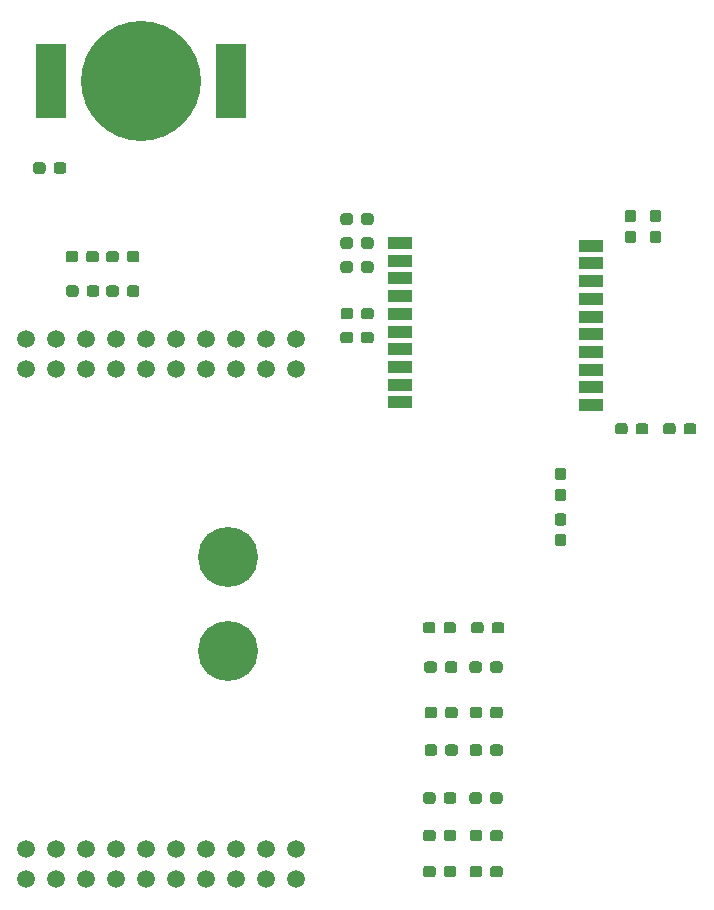
<source format=gbr>
G04 #@! TF.GenerationSoftware,KiCad,Pcbnew,(5.0.0)*
G04 #@! TF.CreationDate,2018-12-16T15:52:41-06:00*
G04 #@! TF.ProjectId,NavBoard_Hardware,4E6176426F6172645F48617264776172,rev?*
G04 #@! TF.SameCoordinates,Original*
G04 #@! TF.FileFunction,Paste,Top*
G04 #@! TF.FilePolarity,Positive*
%FSLAX46Y46*%
G04 Gerber Fmt 4.6, Leading zero omitted, Abs format (unit mm)*
G04 Created by KiCad (PCBNEW (5.0.0)) date 12/16/18 15:52:41*
%MOMM*%
%LPD*%
G01*
G04 APERTURE LIST*
%ADD10C,5.080000*%
%ADD11C,0.100000*%
%ADD12C,0.950000*%
%ADD13R,2.000000X1.000000*%
%ADD14C,1.520000*%
%ADD15R,2.540000X6.350000*%
%ADD16C,10.160000*%
G04 APERTURE END LIST*
D10*
G04 #@! TO.C,Conn1*
X133629400Y-106427000D03*
X133629400Y-98426000D03*
G04 #@! TD*
D11*
G04 #@! TO.C,C10*
G36*
X168966779Y-87142507D02*
X168989834Y-87145926D01*
X169012443Y-87151590D01*
X169034387Y-87159442D01*
X169055457Y-87169407D01*
X169075448Y-87181389D01*
X169094168Y-87195273D01*
X169111438Y-87210925D01*
X169127090Y-87228195D01*
X169140974Y-87246915D01*
X169152956Y-87266906D01*
X169162921Y-87287976D01*
X169170773Y-87309920D01*
X169176437Y-87332529D01*
X169179856Y-87355584D01*
X169181000Y-87378863D01*
X169181000Y-87853863D01*
X169179856Y-87877142D01*
X169176437Y-87900197D01*
X169170773Y-87922806D01*
X169162921Y-87944750D01*
X169152956Y-87965820D01*
X169140974Y-87985811D01*
X169127090Y-88004531D01*
X169111438Y-88021801D01*
X169094168Y-88037453D01*
X169075448Y-88051337D01*
X169055457Y-88063319D01*
X169034387Y-88073284D01*
X169012443Y-88081136D01*
X168989834Y-88086800D01*
X168966779Y-88090219D01*
X168943500Y-88091363D01*
X168368500Y-88091363D01*
X168345221Y-88090219D01*
X168322166Y-88086800D01*
X168299557Y-88081136D01*
X168277613Y-88073284D01*
X168256543Y-88063319D01*
X168236552Y-88051337D01*
X168217832Y-88037453D01*
X168200562Y-88021801D01*
X168184910Y-88004531D01*
X168171026Y-87985811D01*
X168159044Y-87965820D01*
X168149079Y-87944750D01*
X168141227Y-87922806D01*
X168135563Y-87900197D01*
X168132144Y-87877142D01*
X168131000Y-87853863D01*
X168131000Y-87378863D01*
X168132144Y-87355584D01*
X168135563Y-87332529D01*
X168141227Y-87309920D01*
X168149079Y-87287976D01*
X168159044Y-87266906D01*
X168171026Y-87246915D01*
X168184910Y-87228195D01*
X168200562Y-87210925D01*
X168217832Y-87195273D01*
X168236552Y-87181389D01*
X168256543Y-87169407D01*
X168277613Y-87159442D01*
X168299557Y-87151590D01*
X168322166Y-87145926D01*
X168345221Y-87142507D01*
X168368500Y-87141363D01*
X168943500Y-87141363D01*
X168966779Y-87142507D01*
X168966779Y-87142507D01*
G37*
D12*
X168656000Y-87616363D03*
D11*
G36*
X167216779Y-87142507D02*
X167239834Y-87145926D01*
X167262443Y-87151590D01*
X167284387Y-87159442D01*
X167305457Y-87169407D01*
X167325448Y-87181389D01*
X167344168Y-87195273D01*
X167361438Y-87210925D01*
X167377090Y-87228195D01*
X167390974Y-87246915D01*
X167402956Y-87266906D01*
X167412921Y-87287976D01*
X167420773Y-87309920D01*
X167426437Y-87332529D01*
X167429856Y-87355584D01*
X167431000Y-87378863D01*
X167431000Y-87853863D01*
X167429856Y-87877142D01*
X167426437Y-87900197D01*
X167420773Y-87922806D01*
X167412921Y-87944750D01*
X167402956Y-87965820D01*
X167390974Y-87985811D01*
X167377090Y-88004531D01*
X167361438Y-88021801D01*
X167344168Y-88037453D01*
X167325448Y-88051337D01*
X167305457Y-88063319D01*
X167284387Y-88073284D01*
X167262443Y-88081136D01*
X167239834Y-88086800D01*
X167216779Y-88090219D01*
X167193500Y-88091363D01*
X166618500Y-88091363D01*
X166595221Y-88090219D01*
X166572166Y-88086800D01*
X166549557Y-88081136D01*
X166527613Y-88073284D01*
X166506543Y-88063319D01*
X166486552Y-88051337D01*
X166467832Y-88037453D01*
X166450562Y-88021801D01*
X166434910Y-88004531D01*
X166421026Y-87985811D01*
X166409044Y-87965820D01*
X166399079Y-87944750D01*
X166391227Y-87922806D01*
X166385563Y-87900197D01*
X166382144Y-87877142D01*
X166381000Y-87853863D01*
X166381000Y-87378863D01*
X166382144Y-87355584D01*
X166385563Y-87332529D01*
X166391227Y-87309920D01*
X166399079Y-87287976D01*
X166409044Y-87266906D01*
X166421026Y-87246915D01*
X166434910Y-87228195D01*
X166450562Y-87210925D01*
X166467832Y-87195273D01*
X166486552Y-87181389D01*
X166506543Y-87169407D01*
X166527613Y-87159442D01*
X166549557Y-87151590D01*
X166572166Y-87145926D01*
X166595221Y-87142507D01*
X166618500Y-87141363D01*
X167193500Y-87141363D01*
X167216779Y-87142507D01*
X167216779Y-87142507D01*
G37*
D12*
X166906000Y-87616363D03*
G04 #@! TD*
D11*
G04 #@! TO.C,R8*
G36*
X124135779Y-72551144D02*
X124158834Y-72554563D01*
X124181443Y-72560227D01*
X124203387Y-72568079D01*
X124224457Y-72578044D01*
X124244448Y-72590026D01*
X124263168Y-72603910D01*
X124280438Y-72619562D01*
X124296090Y-72636832D01*
X124309974Y-72655552D01*
X124321956Y-72675543D01*
X124331921Y-72696613D01*
X124339773Y-72718557D01*
X124345437Y-72741166D01*
X124348856Y-72764221D01*
X124350000Y-72787500D01*
X124350000Y-73262500D01*
X124348856Y-73285779D01*
X124345437Y-73308834D01*
X124339773Y-73331443D01*
X124331921Y-73353387D01*
X124321956Y-73374457D01*
X124309974Y-73394448D01*
X124296090Y-73413168D01*
X124280438Y-73430438D01*
X124263168Y-73446090D01*
X124244448Y-73459974D01*
X124224457Y-73471956D01*
X124203387Y-73481921D01*
X124181443Y-73489773D01*
X124158834Y-73495437D01*
X124135779Y-73498856D01*
X124112500Y-73500000D01*
X123537500Y-73500000D01*
X123514221Y-73498856D01*
X123491166Y-73495437D01*
X123468557Y-73489773D01*
X123446613Y-73481921D01*
X123425543Y-73471956D01*
X123405552Y-73459974D01*
X123386832Y-73446090D01*
X123369562Y-73430438D01*
X123353910Y-73413168D01*
X123340026Y-73394448D01*
X123328044Y-73374457D01*
X123318079Y-73353387D01*
X123310227Y-73331443D01*
X123304563Y-73308834D01*
X123301144Y-73285779D01*
X123300000Y-73262500D01*
X123300000Y-72787500D01*
X123301144Y-72764221D01*
X123304563Y-72741166D01*
X123310227Y-72718557D01*
X123318079Y-72696613D01*
X123328044Y-72675543D01*
X123340026Y-72655552D01*
X123353910Y-72636832D01*
X123369562Y-72619562D01*
X123386832Y-72603910D01*
X123405552Y-72590026D01*
X123425543Y-72578044D01*
X123446613Y-72568079D01*
X123468557Y-72560227D01*
X123491166Y-72554563D01*
X123514221Y-72551144D01*
X123537500Y-72550000D01*
X124112500Y-72550000D01*
X124135779Y-72551144D01*
X124135779Y-72551144D01*
G37*
D12*
X123825000Y-73025000D03*
D11*
G36*
X125885779Y-72551144D02*
X125908834Y-72554563D01*
X125931443Y-72560227D01*
X125953387Y-72568079D01*
X125974457Y-72578044D01*
X125994448Y-72590026D01*
X126013168Y-72603910D01*
X126030438Y-72619562D01*
X126046090Y-72636832D01*
X126059974Y-72655552D01*
X126071956Y-72675543D01*
X126081921Y-72696613D01*
X126089773Y-72718557D01*
X126095437Y-72741166D01*
X126098856Y-72764221D01*
X126100000Y-72787500D01*
X126100000Y-73262500D01*
X126098856Y-73285779D01*
X126095437Y-73308834D01*
X126089773Y-73331443D01*
X126081921Y-73353387D01*
X126071956Y-73374457D01*
X126059974Y-73394448D01*
X126046090Y-73413168D01*
X126030438Y-73430438D01*
X126013168Y-73446090D01*
X125994448Y-73459974D01*
X125974457Y-73471956D01*
X125953387Y-73481921D01*
X125931443Y-73489773D01*
X125908834Y-73495437D01*
X125885779Y-73498856D01*
X125862500Y-73500000D01*
X125287500Y-73500000D01*
X125264221Y-73498856D01*
X125241166Y-73495437D01*
X125218557Y-73489773D01*
X125196613Y-73481921D01*
X125175543Y-73471956D01*
X125155552Y-73459974D01*
X125136832Y-73446090D01*
X125119562Y-73430438D01*
X125103910Y-73413168D01*
X125090026Y-73394448D01*
X125078044Y-73374457D01*
X125068079Y-73353387D01*
X125060227Y-73331443D01*
X125054563Y-73308834D01*
X125051144Y-73285779D01*
X125050000Y-73262500D01*
X125050000Y-72787500D01*
X125051144Y-72764221D01*
X125054563Y-72741166D01*
X125060227Y-72718557D01*
X125068079Y-72696613D01*
X125078044Y-72675543D01*
X125090026Y-72655552D01*
X125103910Y-72636832D01*
X125119562Y-72619562D01*
X125136832Y-72603910D01*
X125155552Y-72590026D01*
X125175543Y-72578044D01*
X125196613Y-72568079D01*
X125218557Y-72560227D01*
X125241166Y-72554563D01*
X125264221Y-72551144D01*
X125287500Y-72550000D01*
X125862500Y-72550000D01*
X125885779Y-72551144D01*
X125885779Y-72551144D01*
G37*
D12*
X125575000Y-73025000D03*
G04 #@! TD*
D11*
G04 #@! TO.C,D8*
G36*
X120689016Y-72558333D02*
X120712071Y-72561752D01*
X120734680Y-72567416D01*
X120756624Y-72575268D01*
X120777694Y-72585233D01*
X120797685Y-72597215D01*
X120816405Y-72611099D01*
X120833675Y-72626751D01*
X120849327Y-72644021D01*
X120863211Y-72662741D01*
X120875193Y-72682732D01*
X120885158Y-72703802D01*
X120893010Y-72725746D01*
X120898674Y-72748355D01*
X120902093Y-72771410D01*
X120903237Y-72794689D01*
X120903237Y-73269689D01*
X120902093Y-73292968D01*
X120898674Y-73316023D01*
X120893010Y-73338632D01*
X120885158Y-73360576D01*
X120875193Y-73381646D01*
X120863211Y-73401637D01*
X120849327Y-73420357D01*
X120833675Y-73437627D01*
X120816405Y-73453279D01*
X120797685Y-73467163D01*
X120777694Y-73479145D01*
X120756624Y-73489110D01*
X120734680Y-73496962D01*
X120712071Y-73502626D01*
X120689016Y-73506045D01*
X120665737Y-73507189D01*
X120090737Y-73507189D01*
X120067458Y-73506045D01*
X120044403Y-73502626D01*
X120021794Y-73496962D01*
X119999850Y-73489110D01*
X119978780Y-73479145D01*
X119958789Y-73467163D01*
X119940069Y-73453279D01*
X119922799Y-73437627D01*
X119907147Y-73420357D01*
X119893263Y-73401637D01*
X119881281Y-73381646D01*
X119871316Y-73360576D01*
X119863464Y-73338632D01*
X119857800Y-73316023D01*
X119854381Y-73292968D01*
X119853237Y-73269689D01*
X119853237Y-72794689D01*
X119854381Y-72771410D01*
X119857800Y-72748355D01*
X119863464Y-72725746D01*
X119871316Y-72703802D01*
X119881281Y-72682732D01*
X119893263Y-72662741D01*
X119907147Y-72644021D01*
X119922799Y-72626751D01*
X119940069Y-72611099D01*
X119958789Y-72597215D01*
X119978780Y-72585233D01*
X119999850Y-72575268D01*
X120021794Y-72567416D01*
X120044403Y-72561752D01*
X120067458Y-72558333D01*
X120090737Y-72557189D01*
X120665737Y-72557189D01*
X120689016Y-72558333D01*
X120689016Y-72558333D01*
G37*
D12*
X120378237Y-73032189D03*
D11*
G36*
X122439016Y-72558333D02*
X122462071Y-72561752D01*
X122484680Y-72567416D01*
X122506624Y-72575268D01*
X122527694Y-72585233D01*
X122547685Y-72597215D01*
X122566405Y-72611099D01*
X122583675Y-72626751D01*
X122599327Y-72644021D01*
X122613211Y-72662741D01*
X122625193Y-72682732D01*
X122635158Y-72703802D01*
X122643010Y-72725746D01*
X122648674Y-72748355D01*
X122652093Y-72771410D01*
X122653237Y-72794689D01*
X122653237Y-73269689D01*
X122652093Y-73292968D01*
X122648674Y-73316023D01*
X122643010Y-73338632D01*
X122635158Y-73360576D01*
X122625193Y-73381646D01*
X122613211Y-73401637D01*
X122599327Y-73420357D01*
X122583675Y-73437627D01*
X122566405Y-73453279D01*
X122547685Y-73467163D01*
X122527694Y-73479145D01*
X122506624Y-73489110D01*
X122484680Y-73496962D01*
X122462071Y-73502626D01*
X122439016Y-73506045D01*
X122415737Y-73507189D01*
X121840737Y-73507189D01*
X121817458Y-73506045D01*
X121794403Y-73502626D01*
X121771794Y-73496962D01*
X121749850Y-73489110D01*
X121728780Y-73479145D01*
X121708789Y-73467163D01*
X121690069Y-73453279D01*
X121672799Y-73437627D01*
X121657147Y-73420357D01*
X121643263Y-73401637D01*
X121631281Y-73381646D01*
X121621316Y-73360576D01*
X121613464Y-73338632D01*
X121607800Y-73316023D01*
X121604381Y-73292968D01*
X121603237Y-73269689D01*
X121603237Y-72794689D01*
X121604381Y-72771410D01*
X121607800Y-72748355D01*
X121613464Y-72725746D01*
X121621316Y-72703802D01*
X121631281Y-72682732D01*
X121643263Y-72662741D01*
X121657147Y-72644021D01*
X121672799Y-72626751D01*
X121690069Y-72611099D01*
X121708789Y-72597215D01*
X121728780Y-72585233D01*
X121749850Y-72575268D01*
X121771794Y-72567416D01*
X121794403Y-72561752D01*
X121817458Y-72558333D01*
X121840737Y-72557189D01*
X122415737Y-72557189D01*
X122439016Y-72558333D01*
X122439016Y-72558333D01*
G37*
D12*
X122128237Y-73032189D03*
G04 #@! TD*
D11*
G04 #@! TO.C,C3*
G36*
X143961779Y-71408144D02*
X143984834Y-71411563D01*
X144007443Y-71417227D01*
X144029387Y-71425079D01*
X144050457Y-71435044D01*
X144070448Y-71447026D01*
X144089168Y-71460910D01*
X144106438Y-71476562D01*
X144122090Y-71493832D01*
X144135974Y-71512552D01*
X144147956Y-71532543D01*
X144157921Y-71553613D01*
X144165773Y-71575557D01*
X144171437Y-71598166D01*
X144174856Y-71621221D01*
X144176000Y-71644500D01*
X144176000Y-72119500D01*
X144174856Y-72142779D01*
X144171437Y-72165834D01*
X144165773Y-72188443D01*
X144157921Y-72210387D01*
X144147956Y-72231457D01*
X144135974Y-72251448D01*
X144122090Y-72270168D01*
X144106438Y-72287438D01*
X144089168Y-72303090D01*
X144070448Y-72316974D01*
X144050457Y-72328956D01*
X144029387Y-72338921D01*
X144007443Y-72346773D01*
X143984834Y-72352437D01*
X143961779Y-72355856D01*
X143938500Y-72357000D01*
X143363500Y-72357000D01*
X143340221Y-72355856D01*
X143317166Y-72352437D01*
X143294557Y-72346773D01*
X143272613Y-72338921D01*
X143251543Y-72328956D01*
X143231552Y-72316974D01*
X143212832Y-72303090D01*
X143195562Y-72287438D01*
X143179910Y-72270168D01*
X143166026Y-72251448D01*
X143154044Y-72231457D01*
X143144079Y-72210387D01*
X143136227Y-72188443D01*
X143130563Y-72165834D01*
X143127144Y-72142779D01*
X143126000Y-72119500D01*
X143126000Y-71644500D01*
X143127144Y-71621221D01*
X143130563Y-71598166D01*
X143136227Y-71575557D01*
X143144079Y-71553613D01*
X143154044Y-71532543D01*
X143166026Y-71512552D01*
X143179910Y-71493832D01*
X143195562Y-71476562D01*
X143212832Y-71460910D01*
X143231552Y-71447026D01*
X143251543Y-71435044D01*
X143272613Y-71425079D01*
X143294557Y-71417227D01*
X143317166Y-71411563D01*
X143340221Y-71408144D01*
X143363500Y-71407000D01*
X143938500Y-71407000D01*
X143961779Y-71408144D01*
X143961779Y-71408144D01*
G37*
D12*
X143651000Y-71882000D03*
D11*
G36*
X145711779Y-71408144D02*
X145734834Y-71411563D01*
X145757443Y-71417227D01*
X145779387Y-71425079D01*
X145800457Y-71435044D01*
X145820448Y-71447026D01*
X145839168Y-71460910D01*
X145856438Y-71476562D01*
X145872090Y-71493832D01*
X145885974Y-71512552D01*
X145897956Y-71532543D01*
X145907921Y-71553613D01*
X145915773Y-71575557D01*
X145921437Y-71598166D01*
X145924856Y-71621221D01*
X145926000Y-71644500D01*
X145926000Y-72119500D01*
X145924856Y-72142779D01*
X145921437Y-72165834D01*
X145915773Y-72188443D01*
X145907921Y-72210387D01*
X145897956Y-72231457D01*
X145885974Y-72251448D01*
X145872090Y-72270168D01*
X145856438Y-72287438D01*
X145839168Y-72303090D01*
X145820448Y-72316974D01*
X145800457Y-72328956D01*
X145779387Y-72338921D01*
X145757443Y-72346773D01*
X145734834Y-72352437D01*
X145711779Y-72355856D01*
X145688500Y-72357000D01*
X145113500Y-72357000D01*
X145090221Y-72355856D01*
X145067166Y-72352437D01*
X145044557Y-72346773D01*
X145022613Y-72338921D01*
X145001543Y-72328956D01*
X144981552Y-72316974D01*
X144962832Y-72303090D01*
X144945562Y-72287438D01*
X144929910Y-72270168D01*
X144916026Y-72251448D01*
X144904044Y-72231457D01*
X144894079Y-72210387D01*
X144886227Y-72188443D01*
X144880563Y-72165834D01*
X144877144Y-72142779D01*
X144876000Y-72119500D01*
X144876000Y-71644500D01*
X144877144Y-71621221D01*
X144880563Y-71598166D01*
X144886227Y-71575557D01*
X144894079Y-71553613D01*
X144904044Y-71532543D01*
X144916026Y-71512552D01*
X144929910Y-71493832D01*
X144945562Y-71476562D01*
X144962832Y-71460910D01*
X144981552Y-71447026D01*
X145001543Y-71435044D01*
X145022613Y-71425079D01*
X145044557Y-71417227D01*
X145067166Y-71411563D01*
X145090221Y-71408144D01*
X145113500Y-71407000D01*
X145688500Y-71407000D01*
X145711779Y-71408144D01*
X145711779Y-71408144D01*
G37*
D12*
X145401000Y-71882000D03*
G04 #@! TD*
D13*
G04 #@! TO.C,U5*
X148209000Y-71882000D03*
X148209000Y-73382000D03*
X148209000Y-74882000D03*
X148209000Y-76382000D03*
X148209000Y-77882000D03*
X148209000Y-79382000D03*
X148209000Y-80882000D03*
X148209000Y-82382000D03*
X148209000Y-83882000D03*
X148209000Y-85382000D03*
X164374634Y-85611608D03*
X164374634Y-84111608D03*
X164374634Y-82611608D03*
X164374634Y-81111608D03*
X164374634Y-79611608D03*
X164374634Y-78111608D03*
X164374634Y-76611608D03*
X164374634Y-75111608D03*
X164374634Y-73611608D03*
X164374634Y-72111608D03*
G04 #@! TD*
D11*
G04 #@! TO.C,C4*
G36*
X145711779Y-73440144D02*
X145734834Y-73443563D01*
X145757443Y-73449227D01*
X145779387Y-73457079D01*
X145800457Y-73467044D01*
X145820448Y-73479026D01*
X145839168Y-73492910D01*
X145856438Y-73508562D01*
X145872090Y-73525832D01*
X145885974Y-73544552D01*
X145897956Y-73564543D01*
X145907921Y-73585613D01*
X145915773Y-73607557D01*
X145921437Y-73630166D01*
X145924856Y-73653221D01*
X145926000Y-73676500D01*
X145926000Y-74151500D01*
X145924856Y-74174779D01*
X145921437Y-74197834D01*
X145915773Y-74220443D01*
X145907921Y-74242387D01*
X145897956Y-74263457D01*
X145885974Y-74283448D01*
X145872090Y-74302168D01*
X145856438Y-74319438D01*
X145839168Y-74335090D01*
X145820448Y-74348974D01*
X145800457Y-74360956D01*
X145779387Y-74370921D01*
X145757443Y-74378773D01*
X145734834Y-74384437D01*
X145711779Y-74387856D01*
X145688500Y-74389000D01*
X145113500Y-74389000D01*
X145090221Y-74387856D01*
X145067166Y-74384437D01*
X145044557Y-74378773D01*
X145022613Y-74370921D01*
X145001543Y-74360956D01*
X144981552Y-74348974D01*
X144962832Y-74335090D01*
X144945562Y-74319438D01*
X144929910Y-74302168D01*
X144916026Y-74283448D01*
X144904044Y-74263457D01*
X144894079Y-74242387D01*
X144886227Y-74220443D01*
X144880563Y-74197834D01*
X144877144Y-74174779D01*
X144876000Y-74151500D01*
X144876000Y-73676500D01*
X144877144Y-73653221D01*
X144880563Y-73630166D01*
X144886227Y-73607557D01*
X144894079Y-73585613D01*
X144904044Y-73564543D01*
X144916026Y-73544552D01*
X144929910Y-73525832D01*
X144945562Y-73508562D01*
X144962832Y-73492910D01*
X144981552Y-73479026D01*
X145001543Y-73467044D01*
X145022613Y-73457079D01*
X145044557Y-73449227D01*
X145067166Y-73443563D01*
X145090221Y-73440144D01*
X145113500Y-73439000D01*
X145688500Y-73439000D01*
X145711779Y-73440144D01*
X145711779Y-73440144D01*
G37*
D12*
X145401000Y-73914000D03*
D11*
G36*
X143961779Y-73440144D02*
X143984834Y-73443563D01*
X144007443Y-73449227D01*
X144029387Y-73457079D01*
X144050457Y-73467044D01*
X144070448Y-73479026D01*
X144089168Y-73492910D01*
X144106438Y-73508562D01*
X144122090Y-73525832D01*
X144135974Y-73544552D01*
X144147956Y-73564543D01*
X144157921Y-73585613D01*
X144165773Y-73607557D01*
X144171437Y-73630166D01*
X144174856Y-73653221D01*
X144176000Y-73676500D01*
X144176000Y-74151500D01*
X144174856Y-74174779D01*
X144171437Y-74197834D01*
X144165773Y-74220443D01*
X144157921Y-74242387D01*
X144147956Y-74263457D01*
X144135974Y-74283448D01*
X144122090Y-74302168D01*
X144106438Y-74319438D01*
X144089168Y-74335090D01*
X144070448Y-74348974D01*
X144050457Y-74360956D01*
X144029387Y-74370921D01*
X144007443Y-74378773D01*
X143984834Y-74384437D01*
X143961779Y-74387856D01*
X143938500Y-74389000D01*
X143363500Y-74389000D01*
X143340221Y-74387856D01*
X143317166Y-74384437D01*
X143294557Y-74378773D01*
X143272613Y-74370921D01*
X143251543Y-74360956D01*
X143231552Y-74348974D01*
X143212832Y-74335090D01*
X143195562Y-74319438D01*
X143179910Y-74302168D01*
X143166026Y-74283448D01*
X143154044Y-74263457D01*
X143144079Y-74242387D01*
X143136227Y-74220443D01*
X143130563Y-74197834D01*
X143127144Y-74174779D01*
X143126000Y-74151500D01*
X143126000Y-73676500D01*
X143127144Y-73653221D01*
X143130563Y-73630166D01*
X143136227Y-73607557D01*
X143144079Y-73585613D01*
X143154044Y-73564543D01*
X143166026Y-73544552D01*
X143179910Y-73525832D01*
X143195562Y-73508562D01*
X143212832Y-73492910D01*
X143231552Y-73479026D01*
X143251543Y-73467044D01*
X143272613Y-73457079D01*
X143294557Y-73449227D01*
X143317166Y-73443563D01*
X143340221Y-73440144D01*
X143363500Y-73439000D01*
X143938500Y-73439000D01*
X143961779Y-73440144D01*
X143961779Y-73440144D01*
G37*
D12*
X143651000Y-73914000D03*
G04 #@! TD*
D11*
G04 #@! TO.C,C5*
G36*
X117940779Y-65058144D02*
X117963834Y-65061563D01*
X117986443Y-65067227D01*
X118008387Y-65075079D01*
X118029457Y-65085044D01*
X118049448Y-65097026D01*
X118068168Y-65110910D01*
X118085438Y-65126562D01*
X118101090Y-65143832D01*
X118114974Y-65162552D01*
X118126956Y-65182543D01*
X118136921Y-65203613D01*
X118144773Y-65225557D01*
X118150437Y-65248166D01*
X118153856Y-65271221D01*
X118155000Y-65294500D01*
X118155000Y-65769500D01*
X118153856Y-65792779D01*
X118150437Y-65815834D01*
X118144773Y-65838443D01*
X118136921Y-65860387D01*
X118126956Y-65881457D01*
X118114974Y-65901448D01*
X118101090Y-65920168D01*
X118085438Y-65937438D01*
X118068168Y-65953090D01*
X118049448Y-65966974D01*
X118029457Y-65978956D01*
X118008387Y-65988921D01*
X117986443Y-65996773D01*
X117963834Y-66002437D01*
X117940779Y-66005856D01*
X117917500Y-66007000D01*
X117342500Y-66007000D01*
X117319221Y-66005856D01*
X117296166Y-66002437D01*
X117273557Y-65996773D01*
X117251613Y-65988921D01*
X117230543Y-65978956D01*
X117210552Y-65966974D01*
X117191832Y-65953090D01*
X117174562Y-65937438D01*
X117158910Y-65920168D01*
X117145026Y-65901448D01*
X117133044Y-65881457D01*
X117123079Y-65860387D01*
X117115227Y-65838443D01*
X117109563Y-65815834D01*
X117106144Y-65792779D01*
X117105000Y-65769500D01*
X117105000Y-65294500D01*
X117106144Y-65271221D01*
X117109563Y-65248166D01*
X117115227Y-65225557D01*
X117123079Y-65203613D01*
X117133044Y-65182543D01*
X117145026Y-65162552D01*
X117158910Y-65143832D01*
X117174562Y-65126562D01*
X117191832Y-65110910D01*
X117210552Y-65097026D01*
X117230543Y-65085044D01*
X117251613Y-65075079D01*
X117273557Y-65067227D01*
X117296166Y-65061563D01*
X117319221Y-65058144D01*
X117342500Y-65057000D01*
X117917500Y-65057000D01*
X117940779Y-65058144D01*
X117940779Y-65058144D01*
G37*
D12*
X117630000Y-65532000D03*
D11*
G36*
X119690779Y-65058144D02*
X119713834Y-65061563D01*
X119736443Y-65067227D01*
X119758387Y-65075079D01*
X119779457Y-65085044D01*
X119799448Y-65097026D01*
X119818168Y-65110910D01*
X119835438Y-65126562D01*
X119851090Y-65143832D01*
X119864974Y-65162552D01*
X119876956Y-65182543D01*
X119886921Y-65203613D01*
X119894773Y-65225557D01*
X119900437Y-65248166D01*
X119903856Y-65271221D01*
X119905000Y-65294500D01*
X119905000Y-65769500D01*
X119903856Y-65792779D01*
X119900437Y-65815834D01*
X119894773Y-65838443D01*
X119886921Y-65860387D01*
X119876956Y-65881457D01*
X119864974Y-65901448D01*
X119851090Y-65920168D01*
X119835438Y-65937438D01*
X119818168Y-65953090D01*
X119799448Y-65966974D01*
X119779457Y-65978956D01*
X119758387Y-65988921D01*
X119736443Y-65996773D01*
X119713834Y-66002437D01*
X119690779Y-66005856D01*
X119667500Y-66007000D01*
X119092500Y-66007000D01*
X119069221Y-66005856D01*
X119046166Y-66002437D01*
X119023557Y-65996773D01*
X119001613Y-65988921D01*
X118980543Y-65978956D01*
X118960552Y-65966974D01*
X118941832Y-65953090D01*
X118924562Y-65937438D01*
X118908910Y-65920168D01*
X118895026Y-65901448D01*
X118883044Y-65881457D01*
X118873079Y-65860387D01*
X118865227Y-65838443D01*
X118859563Y-65815834D01*
X118856144Y-65792779D01*
X118855000Y-65769500D01*
X118855000Y-65294500D01*
X118856144Y-65271221D01*
X118859563Y-65248166D01*
X118865227Y-65225557D01*
X118873079Y-65203613D01*
X118883044Y-65182543D01*
X118895026Y-65162552D01*
X118908910Y-65143832D01*
X118924562Y-65126562D01*
X118941832Y-65110910D01*
X118960552Y-65097026D01*
X118980543Y-65085044D01*
X119001613Y-65075079D01*
X119023557Y-65067227D01*
X119046166Y-65061563D01*
X119069221Y-65058144D01*
X119092500Y-65057000D01*
X119667500Y-65057000D01*
X119690779Y-65058144D01*
X119690779Y-65058144D01*
G37*
D12*
X119380000Y-65532000D03*
G04 #@! TD*
D11*
G04 #@! TO.C,C8*
G36*
X162008262Y-90916144D02*
X162031317Y-90919563D01*
X162053926Y-90925227D01*
X162075870Y-90933079D01*
X162096940Y-90943044D01*
X162116931Y-90955026D01*
X162135651Y-90968910D01*
X162152921Y-90984562D01*
X162168573Y-91001832D01*
X162182457Y-91020552D01*
X162194439Y-91040543D01*
X162204404Y-91061613D01*
X162212256Y-91083557D01*
X162217920Y-91106166D01*
X162221339Y-91129221D01*
X162222483Y-91152500D01*
X162222483Y-91727500D01*
X162221339Y-91750779D01*
X162217920Y-91773834D01*
X162212256Y-91796443D01*
X162204404Y-91818387D01*
X162194439Y-91839457D01*
X162182457Y-91859448D01*
X162168573Y-91878168D01*
X162152921Y-91895438D01*
X162135651Y-91911090D01*
X162116931Y-91924974D01*
X162096940Y-91936956D01*
X162075870Y-91946921D01*
X162053926Y-91954773D01*
X162031317Y-91960437D01*
X162008262Y-91963856D01*
X161984983Y-91965000D01*
X161509983Y-91965000D01*
X161486704Y-91963856D01*
X161463649Y-91960437D01*
X161441040Y-91954773D01*
X161419096Y-91946921D01*
X161398026Y-91936956D01*
X161378035Y-91924974D01*
X161359315Y-91911090D01*
X161342045Y-91895438D01*
X161326393Y-91878168D01*
X161312509Y-91859448D01*
X161300527Y-91839457D01*
X161290562Y-91818387D01*
X161282710Y-91796443D01*
X161277046Y-91773834D01*
X161273627Y-91750779D01*
X161272483Y-91727500D01*
X161272483Y-91152500D01*
X161273627Y-91129221D01*
X161277046Y-91106166D01*
X161282710Y-91083557D01*
X161290562Y-91061613D01*
X161300527Y-91040543D01*
X161312509Y-91020552D01*
X161326393Y-91001832D01*
X161342045Y-90984562D01*
X161359315Y-90968910D01*
X161378035Y-90955026D01*
X161398026Y-90943044D01*
X161419096Y-90933079D01*
X161441040Y-90925227D01*
X161463649Y-90919563D01*
X161486704Y-90916144D01*
X161509983Y-90915000D01*
X161984983Y-90915000D01*
X162008262Y-90916144D01*
X162008262Y-90916144D01*
G37*
D12*
X161747483Y-91440000D03*
D11*
G36*
X162008262Y-92666144D02*
X162031317Y-92669563D01*
X162053926Y-92675227D01*
X162075870Y-92683079D01*
X162096940Y-92693044D01*
X162116931Y-92705026D01*
X162135651Y-92718910D01*
X162152921Y-92734562D01*
X162168573Y-92751832D01*
X162182457Y-92770552D01*
X162194439Y-92790543D01*
X162204404Y-92811613D01*
X162212256Y-92833557D01*
X162217920Y-92856166D01*
X162221339Y-92879221D01*
X162222483Y-92902500D01*
X162222483Y-93477500D01*
X162221339Y-93500779D01*
X162217920Y-93523834D01*
X162212256Y-93546443D01*
X162204404Y-93568387D01*
X162194439Y-93589457D01*
X162182457Y-93609448D01*
X162168573Y-93628168D01*
X162152921Y-93645438D01*
X162135651Y-93661090D01*
X162116931Y-93674974D01*
X162096940Y-93686956D01*
X162075870Y-93696921D01*
X162053926Y-93704773D01*
X162031317Y-93710437D01*
X162008262Y-93713856D01*
X161984983Y-93715000D01*
X161509983Y-93715000D01*
X161486704Y-93713856D01*
X161463649Y-93710437D01*
X161441040Y-93704773D01*
X161419096Y-93696921D01*
X161398026Y-93686956D01*
X161378035Y-93674974D01*
X161359315Y-93661090D01*
X161342045Y-93645438D01*
X161326393Y-93628168D01*
X161312509Y-93609448D01*
X161300527Y-93589457D01*
X161290562Y-93568387D01*
X161282710Y-93546443D01*
X161277046Y-93523834D01*
X161273627Y-93500779D01*
X161272483Y-93477500D01*
X161272483Y-92902500D01*
X161273627Y-92879221D01*
X161277046Y-92856166D01*
X161282710Y-92833557D01*
X161290562Y-92811613D01*
X161300527Y-92790543D01*
X161312509Y-92770552D01*
X161326393Y-92751832D01*
X161342045Y-92734562D01*
X161359315Y-92718910D01*
X161378035Y-92705026D01*
X161398026Y-92693044D01*
X161419096Y-92683079D01*
X161441040Y-92675227D01*
X161463649Y-92669563D01*
X161486704Y-92666144D01*
X161509983Y-92665000D01*
X161984983Y-92665000D01*
X162008262Y-92666144D01*
X162008262Y-92666144D01*
G37*
D12*
X161747483Y-93190000D03*
G04 #@! TD*
D11*
G04 #@! TO.C,C9*
G36*
X173030779Y-87142507D02*
X173053834Y-87145926D01*
X173076443Y-87151590D01*
X173098387Y-87159442D01*
X173119457Y-87169407D01*
X173139448Y-87181389D01*
X173158168Y-87195273D01*
X173175438Y-87210925D01*
X173191090Y-87228195D01*
X173204974Y-87246915D01*
X173216956Y-87266906D01*
X173226921Y-87287976D01*
X173234773Y-87309920D01*
X173240437Y-87332529D01*
X173243856Y-87355584D01*
X173245000Y-87378863D01*
X173245000Y-87853863D01*
X173243856Y-87877142D01*
X173240437Y-87900197D01*
X173234773Y-87922806D01*
X173226921Y-87944750D01*
X173216956Y-87965820D01*
X173204974Y-87985811D01*
X173191090Y-88004531D01*
X173175438Y-88021801D01*
X173158168Y-88037453D01*
X173139448Y-88051337D01*
X173119457Y-88063319D01*
X173098387Y-88073284D01*
X173076443Y-88081136D01*
X173053834Y-88086800D01*
X173030779Y-88090219D01*
X173007500Y-88091363D01*
X172432500Y-88091363D01*
X172409221Y-88090219D01*
X172386166Y-88086800D01*
X172363557Y-88081136D01*
X172341613Y-88073284D01*
X172320543Y-88063319D01*
X172300552Y-88051337D01*
X172281832Y-88037453D01*
X172264562Y-88021801D01*
X172248910Y-88004531D01*
X172235026Y-87985811D01*
X172223044Y-87965820D01*
X172213079Y-87944750D01*
X172205227Y-87922806D01*
X172199563Y-87900197D01*
X172196144Y-87877142D01*
X172195000Y-87853863D01*
X172195000Y-87378863D01*
X172196144Y-87355584D01*
X172199563Y-87332529D01*
X172205227Y-87309920D01*
X172213079Y-87287976D01*
X172223044Y-87266906D01*
X172235026Y-87246915D01*
X172248910Y-87228195D01*
X172264562Y-87210925D01*
X172281832Y-87195273D01*
X172300552Y-87181389D01*
X172320543Y-87169407D01*
X172341613Y-87159442D01*
X172363557Y-87151590D01*
X172386166Y-87145926D01*
X172409221Y-87142507D01*
X172432500Y-87141363D01*
X173007500Y-87141363D01*
X173030779Y-87142507D01*
X173030779Y-87142507D01*
G37*
D12*
X172720000Y-87616363D03*
D11*
G36*
X171280779Y-87142507D02*
X171303834Y-87145926D01*
X171326443Y-87151590D01*
X171348387Y-87159442D01*
X171369457Y-87169407D01*
X171389448Y-87181389D01*
X171408168Y-87195273D01*
X171425438Y-87210925D01*
X171441090Y-87228195D01*
X171454974Y-87246915D01*
X171466956Y-87266906D01*
X171476921Y-87287976D01*
X171484773Y-87309920D01*
X171490437Y-87332529D01*
X171493856Y-87355584D01*
X171495000Y-87378863D01*
X171495000Y-87853863D01*
X171493856Y-87877142D01*
X171490437Y-87900197D01*
X171484773Y-87922806D01*
X171476921Y-87944750D01*
X171466956Y-87965820D01*
X171454974Y-87985811D01*
X171441090Y-88004531D01*
X171425438Y-88021801D01*
X171408168Y-88037453D01*
X171389448Y-88051337D01*
X171369457Y-88063319D01*
X171348387Y-88073284D01*
X171326443Y-88081136D01*
X171303834Y-88086800D01*
X171280779Y-88090219D01*
X171257500Y-88091363D01*
X170682500Y-88091363D01*
X170659221Y-88090219D01*
X170636166Y-88086800D01*
X170613557Y-88081136D01*
X170591613Y-88073284D01*
X170570543Y-88063319D01*
X170550552Y-88051337D01*
X170531832Y-88037453D01*
X170514562Y-88021801D01*
X170498910Y-88004531D01*
X170485026Y-87985811D01*
X170473044Y-87965820D01*
X170463079Y-87944750D01*
X170455227Y-87922806D01*
X170449563Y-87900197D01*
X170446144Y-87877142D01*
X170445000Y-87853863D01*
X170445000Y-87378863D01*
X170446144Y-87355584D01*
X170449563Y-87332529D01*
X170455227Y-87309920D01*
X170463079Y-87287976D01*
X170473044Y-87266906D01*
X170485026Y-87246915D01*
X170498910Y-87228195D01*
X170514562Y-87210925D01*
X170531832Y-87195273D01*
X170550552Y-87181389D01*
X170570543Y-87169407D01*
X170591613Y-87159442D01*
X170613557Y-87151590D01*
X170636166Y-87145926D01*
X170659221Y-87142507D01*
X170682500Y-87141363D01*
X171257500Y-87141363D01*
X171280779Y-87142507D01*
X171280779Y-87142507D01*
G37*
D12*
X170970000Y-87616363D03*
G04 #@! TD*
D11*
G04 #@! TO.C,C11*
G36*
X162008262Y-94754144D02*
X162031317Y-94757563D01*
X162053926Y-94763227D01*
X162075870Y-94771079D01*
X162096940Y-94781044D01*
X162116931Y-94793026D01*
X162135651Y-94806910D01*
X162152921Y-94822562D01*
X162168573Y-94839832D01*
X162182457Y-94858552D01*
X162194439Y-94878543D01*
X162204404Y-94899613D01*
X162212256Y-94921557D01*
X162217920Y-94944166D01*
X162221339Y-94967221D01*
X162222483Y-94990500D01*
X162222483Y-95565500D01*
X162221339Y-95588779D01*
X162217920Y-95611834D01*
X162212256Y-95634443D01*
X162204404Y-95656387D01*
X162194439Y-95677457D01*
X162182457Y-95697448D01*
X162168573Y-95716168D01*
X162152921Y-95733438D01*
X162135651Y-95749090D01*
X162116931Y-95762974D01*
X162096940Y-95774956D01*
X162075870Y-95784921D01*
X162053926Y-95792773D01*
X162031317Y-95798437D01*
X162008262Y-95801856D01*
X161984983Y-95803000D01*
X161509983Y-95803000D01*
X161486704Y-95801856D01*
X161463649Y-95798437D01*
X161441040Y-95792773D01*
X161419096Y-95784921D01*
X161398026Y-95774956D01*
X161378035Y-95762974D01*
X161359315Y-95749090D01*
X161342045Y-95733438D01*
X161326393Y-95716168D01*
X161312509Y-95697448D01*
X161300527Y-95677457D01*
X161290562Y-95656387D01*
X161282710Y-95634443D01*
X161277046Y-95611834D01*
X161273627Y-95588779D01*
X161272483Y-95565500D01*
X161272483Y-94990500D01*
X161273627Y-94967221D01*
X161277046Y-94944166D01*
X161282710Y-94921557D01*
X161290562Y-94899613D01*
X161300527Y-94878543D01*
X161312509Y-94858552D01*
X161326393Y-94839832D01*
X161342045Y-94822562D01*
X161359315Y-94806910D01*
X161378035Y-94793026D01*
X161398026Y-94781044D01*
X161419096Y-94771079D01*
X161441040Y-94763227D01*
X161463649Y-94757563D01*
X161486704Y-94754144D01*
X161509983Y-94753000D01*
X161984983Y-94753000D01*
X162008262Y-94754144D01*
X162008262Y-94754144D01*
G37*
D12*
X161747483Y-95278000D03*
D11*
G36*
X162008262Y-96504144D02*
X162031317Y-96507563D01*
X162053926Y-96513227D01*
X162075870Y-96521079D01*
X162096940Y-96531044D01*
X162116931Y-96543026D01*
X162135651Y-96556910D01*
X162152921Y-96572562D01*
X162168573Y-96589832D01*
X162182457Y-96608552D01*
X162194439Y-96628543D01*
X162204404Y-96649613D01*
X162212256Y-96671557D01*
X162217920Y-96694166D01*
X162221339Y-96717221D01*
X162222483Y-96740500D01*
X162222483Y-97315500D01*
X162221339Y-97338779D01*
X162217920Y-97361834D01*
X162212256Y-97384443D01*
X162204404Y-97406387D01*
X162194439Y-97427457D01*
X162182457Y-97447448D01*
X162168573Y-97466168D01*
X162152921Y-97483438D01*
X162135651Y-97499090D01*
X162116931Y-97512974D01*
X162096940Y-97524956D01*
X162075870Y-97534921D01*
X162053926Y-97542773D01*
X162031317Y-97548437D01*
X162008262Y-97551856D01*
X161984983Y-97553000D01*
X161509983Y-97553000D01*
X161486704Y-97551856D01*
X161463649Y-97548437D01*
X161441040Y-97542773D01*
X161419096Y-97534921D01*
X161398026Y-97524956D01*
X161378035Y-97512974D01*
X161359315Y-97499090D01*
X161342045Y-97483438D01*
X161326393Y-97466168D01*
X161312509Y-97447448D01*
X161300527Y-97427457D01*
X161290562Y-97406387D01*
X161282710Y-97384443D01*
X161277046Y-97361834D01*
X161273627Y-97338779D01*
X161272483Y-97315500D01*
X161272483Y-96740500D01*
X161273627Y-96717221D01*
X161277046Y-96694166D01*
X161282710Y-96671557D01*
X161290562Y-96649613D01*
X161300527Y-96628543D01*
X161312509Y-96608552D01*
X161326393Y-96589832D01*
X161342045Y-96572562D01*
X161359315Y-96556910D01*
X161378035Y-96543026D01*
X161398026Y-96531044D01*
X161419096Y-96521079D01*
X161441040Y-96513227D01*
X161463649Y-96507563D01*
X161486704Y-96504144D01*
X161509983Y-96503000D01*
X161984983Y-96503000D01*
X162008262Y-96504144D01*
X162008262Y-96504144D01*
G37*
D12*
X161747483Y-97028000D03*
G04 #@! TD*
D11*
G04 #@! TO.C,D1*
G36*
X143961779Y-79409144D02*
X143984834Y-79412563D01*
X144007443Y-79418227D01*
X144029387Y-79426079D01*
X144050457Y-79436044D01*
X144070448Y-79448026D01*
X144089168Y-79461910D01*
X144106438Y-79477562D01*
X144122090Y-79494832D01*
X144135974Y-79513552D01*
X144147956Y-79533543D01*
X144157921Y-79554613D01*
X144165773Y-79576557D01*
X144171437Y-79599166D01*
X144174856Y-79622221D01*
X144176000Y-79645500D01*
X144176000Y-80120500D01*
X144174856Y-80143779D01*
X144171437Y-80166834D01*
X144165773Y-80189443D01*
X144157921Y-80211387D01*
X144147956Y-80232457D01*
X144135974Y-80252448D01*
X144122090Y-80271168D01*
X144106438Y-80288438D01*
X144089168Y-80304090D01*
X144070448Y-80317974D01*
X144050457Y-80329956D01*
X144029387Y-80339921D01*
X144007443Y-80347773D01*
X143984834Y-80353437D01*
X143961779Y-80356856D01*
X143938500Y-80358000D01*
X143363500Y-80358000D01*
X143340221Y-80356856D01*
X143317166Y-80353437D01*
X143294557Y-80347773D01*
X143272613Y-80339921D01*
X143251543Y-80329956D01*
X143231552Y-80317974D01*
X143212832Y-80304090D01*
X143195562Y-80288438D01*
X143179910Y-80271168D01*
X143166026Y-80252448D01*
X143154044Y-80232457D01*
X143144079Y-80211387D01*
X143136227Y-80189443D01*
X143130563Y-80166834D01*
X143127144Y-80143779D01*
X143126000Y-80120500D01*
X143126000Y-79645500D01*
X143127144Y-79622221D01*
X143130563Y-79599166D01*
X143136227Y-79576557D01*
X143144079Y-79554613D01*
X143154044Y-79533543D01*
X143166026Y-79513552D01*
X143179910Y-79494832D01*
X143195562Y-79477562D01*
X143212832Y-79461910D01*
X143231552Y-79448026D01*
X143251543Y-79436044D01*
X143272613Y-79426079D01*
X143294557Y-79418227D01*
X143317166Y-79412563D01*
X143340221Y-79409144D01*
X143363500Y-79408000D01*
X143938500Y-79408000D01*
X143961779Y-79409144D01*
X143961779Y-79409144D01*
G37*
D12*
X143651000Y-79883000D03*
D11*
G36*
X145711779Y-79409144D02*
X145734834Y-79412563D01*
X145757443Y-79418227D01*
X145779387Y-79426079D01*
X145800457Y-79436044D01*
X145820448Y-79448026D01*
X145839168Y-79461910D01*
X145856438Y-79477562D01*
X145872090Y-79494832D01*
X145885974Y-79513552D01*
X145897956Y-79533543D01*
X145907921Y-79554613D01*
X145915773Y-79576557D01*
X145921437Y-79599166D01*
X145924856Y-79622221D01*
X145926000Y-79645500D01*
X145926000Y-80120500D01*
X145924856Y-80143779D01*
X145921437Y-80166834D01*
X145915773Y-80189443D01*
X145907921Y-80211387D01*
X145897956Y-80232457D01*
X145885974Y-80252448D01*
X145872090Y-80271168D01*
X145856438Y-80288438D01*
X145839168Y-80304090D01*
X145820448Y-80317974D01*
X145800457Y-80329956D01*
X145779387Y-80339921D01*
X145757443Y-80347773D01*
X145734834Y-80353437D01*
X145711779Y-80356856D01*
X145688500Y-80358000D01*
X145113500Y-80358000D01*
X145090221Y-80356856D01*
X145067166Y-80353437D01*
X145044557Y-80347773D01*
X145022613Y-80339921D01*
X145001543Y-80329956D01*
X144981552Y-80317974D01*
X144962832Y-80304090D01*
X144945562Y-80288438D01*
X144929910Y-80271168D01*
X144916026Y-80252448D01*
X144904044Y-80232457D01*
X144894079Y-80211387D01*
X144886227Y-80189443D01*
X144880563Y-80166834D01*
X144877144Y-80143779D01*
X144876000Y-80120500D01*
X144876000Y-79645500D01*
X144877144Y-79622221D01*
X144880563Y-79599166D01*
X144886227Y-79576557D01*
X144894079Y-79554613D01*
X144904044Y-79533543D01*
X144916026Y-79513552D01*
X144929910Y-79494832D01*
X144945562Y-79477562D01*
X144962832Y-79461910D01*
X144981552Y-79448026D01*
X145001543Y-79436044D01*
X145022613Y-79426079D01*
X145044557Y-79418227D01*
X145067166Y-79412563D01*
X145090221Y-79409144D01*
X145113500Y-79408000D01*
X145688500Y-79408000D01*
X145711779Y-79409144D01*
X145711779Y-79409144D01*
G37*
D12*
X145401000Y-79883000D03*
G04 #@! TD*
D11*
G04 #@! TO.C,D2*
G36*
X156647779Y-111150644D02*
X156670834Y-111154063D01*
X156693443Y-111159727D01*
X156715387Y-111167579D01*
X156736457Y-111177544D01*
X156756448Y-111189526D01*
X156775168Y-111203410D01*
X156792438Y-111219062D01*
X156808090Y-111236332D01*
X156821974Y-111255052D01*
X156833956Y-111275043D01*
X156843921Y-111296113D01*
X156851773Y-111318057D01*
X156857437Y-111340666D01*
X156860856Y-111363721D01*
X156862000Y-111387000D01*
X156862000Y-111862000D01*
X156860856Y-111885279D01*
X156857437Y-111908334D01*
X156851773Y-111930943D01*
X156843921Y-111952887D01*
X156833956Y-111973957D01*
X156821974Y-111993948D01*
X156808090Y-112012668D01*
X156792438Y-112029938D01*
X156775168Y-112045590D01*
X156756448Y-112059474D01*
X156736457Y-112071456D01*
X156715387Y-112081421D01*
X156693443Y-112089273D01*
X156670834Y-112094937D01*
X156647779Y-112098356D01*
X156624500Y-112099500D01*
X156049500Y-112099500D01*
X156026221Y-112098356D01*
X156003166Y-112094937D01*
X155980557Y-112089273D01*
X155958613Y-112081421D01*
X155937543Y-112071456D01*
X155917552Y-112059474D01*
X155898832Y-112045590D01*
X155881562Y-112029938D01*
X155865910Y-112012668D01*
X155852026Y-111993948D01*
X155840044Y-111973957D01*
X155830079Y-111952887D01*
X155822227Y-111930943D01*
X155816563Y-111908334D01*
X155813144Y-111885279D01*
X155812000Y-111862000D01*
X155812000Y-111387000D01*
X155813144Y-111363721D01*
X155816563Y-111340666D01*
X155822227Y-111318057D01*
X155830079Y-111296113D01*
X155840044Y-111275043D01*
X155852026Y-111255052D01*
X155865910Y-111236332D01*
X155881562Y-111219062D01*
X155898832Y-111203410D01*
X155917552Y-111189526D01*
X155937543Y-111177544D01*
X155958613Y-111167579D01*
X155980557Y-111159727D01*
X156003166Y-111154063D01*
X156026221Y-111150644D01*
X156049500Y-111149500D01*
X156624500Y-111149500D01*
X156647779Y-111150644D01*
X156647779Y-111150644D01*
G37*
D12*
X156337000Y-111624500D03*
D11*
G36*
X154897779Y-111150644D02*
X154920834Y-111154063D01*
X154943443Y-111159727D01*
X154965387Y-111167579D01*
X154986457Y-111177544D01*
X155006448Y-111189526D01*
X155025168Y-111203410D01*
X155042438Y-111219062D01*
X155058090Y-111236332D01*
X155071974Y-111255052D01*
X155083956Y-111275043D01*
X155093921Y-111296113D01*
X155101773Y-111318057D01*
X155107437Y-111340666D01*
X155110856Y-111363721D01*
X155112000Y-111387000D01*
X155112000Y-111862000D01*
X155110856Y-111885279D01*
X155107437Y-111908334D01*
X155101773Y-111930943D01*
X155093921Y-111952887D01*
X155083956Y-111973957D01*
X155071974Y-111993948D01*
X155058090Y-112012668D01*
X155042438Y-112029938D01*
X155025168Y-112045590D01*
X155006448Y-112059474D01*
X154986457Y-112071456D01*
X154965387Y-112081421D01*
X154943443Y-112089273D01*
X154920834Y-112094937D01*
X154897779Y-112098356D01*
X154874500Y-112099500D01*
X154299500Y-112099500D01*
X154276221Y-112098356D01*
X154253166Y-112094937D01*
X154230557Y-112089273D01*
X154208613Y-112081421D01*
X154187543Y-112071456D01*
X154167552Y-112059474D01*
X154148832Y-112045590D01*
X154131562Y-112029938D01*
X154115910Y-112012668D01*
X154102026Y-111993948D01*
X154090044Y-111973957D01*
X154080079Y-111952887D01*
X154072227Y-111930943D01*
X154066563Y-111908334D01*
X154063144Y-111885279D01*
X154062000Y-111862000D01*
X154062000Y-111387000D01*
X154063144Y-111363721D01*
X154066563Y-111340666D01*
X154072227Y-111318057D01*
X154080079Y-111296113D01*
X154090044Y-111275043D01*
X154102026Y-111255052D01*
X154115910Y-111236332D01*
X154131562Y-111219062D01*
X154148832Y-111203410D01*
X154167552Y-111189526D01*
X154187543Y-111177544D01*
X154208613Y-111167579D01*
X154230557Y-111159727D01*
X154253166Y-111154063D01*
X154276221Y-111150644D01*
X154299500Y-111149500D01*
X154874500Y-111149500D01*
X154897779Y-111150644D01*
X154897779Y-111150644D01*
G37*
D12*
X154587000Y-111624500D03*
G04 #@! TD*
D11*
G04 #@! TO.C,D5*
G36*
X154897779Y-114334144D02*
X154920834Y-114337563D01*
X154943443Y-114343227D01*
X154965387Y-114351079D01*
X154986457Y-114361044D01*
X155006448Y-114373026D01*
X155025168Y-114386910D01*
X155042438Y-114402562D01*
X155058090Y-114419832D01*
X155071974Y-114438552D01*
X155083956Y-114458543D01*
X155093921Y-114479613D01*
X155101773Y-114501557D01*
X155107437Y-114524166D01*
X155110856Y-114547221D01*
X155112000Y-114570500D01*
X155112000Y-115045500D01*
X155110856Y-115068779D01*
X155107437Y-115091834D01*
X155101773Y-115114443D01*
X155093921Y-115136387D01*
X155083956Y-115157457D01*
X155071974Y-115177448D01*
X155058090Y-115196168D01*
X155042438Y-115213438D01*
X155025168Y-115229090D01*
X155006448Y-115242974D01*
X154986457Y-115254956D01*
X154965387Y-115264921D01*
X154943443Y-115272773D01*
X154920834Y-115278437D01*
X154897779Y-115281856D01*
X154874500Y-115283000D01*
X154299500Y-115283000D01*
X154276221Y-115281856D01*
X154253166Y-115278437D01*
X154230557Y-115272773D01*
X154208613Y-115264921D01*
X154187543Y-115254956D01*
X154167552Y-115242974D01*
X154148832Y-115229090D01*
X154131562Y-115213438D01*
X154115910Y-115196168D01*
X154102026Y-115177448D01*
X154090044Y-115157457D01*
X154080079Y-115136387D01*
X154072227Y-115114443D01*
X154066563Y-115091834D01*
X154063144Y-115068779D01*
X154062000Y-115045500D01*
X154062000Y-114570500D01*
X154063144Y-114547221D01*
X154066563Y-114524166D01*
X154072227Y-114501557D01*
X154080079Y-114479613D01*
X154090044Y-114458543D01*
X154102026Y-114438552D01*
X154115910Y-114419832D01*
X154131562Y-114402562D01*
X154148832Y-114386910D01*
X154167552Y-114373026D01*
X154187543Y-114361044D01*
X154208613Y-114351079D01*
X154230557Y-114343227D01*
X154253166Y-114337563D01*
X154276221Y-114334144D01*
X154299500Y-114333000D01*
X154874500Y-114333000D01*
X154897779Y-114334144D01*
X154897779Y-114334144D01*
G37*
D12*
X154587000Y-114808000D03*
D11*
G36*
X156647779Y-114334144D02*
X156670834Y-114337563D01*
X156693443Y-114343227D01*
X156715387Y-114351079D01*
X156736457Y-114361044D01*
X156756448Y-114373026D01*
X156775168Y-114386910D01*
X156792438Y-114402562D01*
X156808090Y-114419832D01*
X156821974Y-114438552D01*
X156833956Y-114458543D01*
X156843921Y-114479613D01*
X156851773Y-114501557D01*
X156857437Y-114524166D01*
X156860856Y-114547221D01*
X156862000Y-114570500D01*
X156862000Y-115045500D01*
X156860856Y-115068779D01*
X156857437Y-115091834D01*
X156851773Y-115114443D01*
X156843921Y-115136387D01*
X156833956Y-115157457D01*
X156821974Y-115177448D01*
X156808090Y-115196168D01*
X156792438Y-115213438D01*
X156775168Y-115229090D01*
X156756448Y-115242974D01*
X156736457Y-115254956D01*
X156715387Y-115264921D01*
X156693443Y-115272773D01*
X156670834Y-115278437D01*
X156647779Y-115281856D01*
X156624500Y-115283000D01*
X156049500Y-115283000D01*
X156026221Y-115281856D01*
X156003166Y-115278437D01*
X155980557Y-115272773D01*
X155958613Y-115264921D01*
X155937543Y-115254956D01*
X155917552Y-115242974D01*
X155898832Y-115229090D01*
X155881562Y-115213438D01*
X155865910Y-115196168D01*
X155852026Y-115177448D01*
X155840044Y-115157457D01*
X155830079Y-115136387D01*
X155822227Y-115114443D01*
X155816563Y-115091834D01*
X155813144Y-115068779D01*
X155812000Y-115045500D01*
X155812000Y-114570500D01*
X155813144Y-114547221D01*
X155816563Y-114524166D01*
X155822227Y-114501557D01*
X155830079Y-114479613D01*
X155840044Y-114458543D01*
X155852026Y-114438552D01*
X155865910Y-114419832D01*
X155881562Y-114402562D01*
X155898832Y-114386910D01*
X155917552Y-114373026D01*
X155937543Y-114361044D01*
X155958613Y-114351079D01*
X155980557Y-114343227D01*
X156003166Y-114337563D01*
X156026221Y-114334144D01*
X156049500Y-114333000D01*
X156624500Y-114333000D01*
X156647779Y-114334144D01*
X156647779Y-114334144D01*
G37*
D12*
X156337000Y-114808000D03*
G04 #@! TD*
D11*
G04 #@! TO.C,D6*
G36*
X154883779Y-118398144D02*
X154906834Y-118401563D01*
X154929443Y-118407227D01*
X154951387Y-118415079D01*
X154972457Y-118425044D01*
X154992448Y-118437026D01*
X155011168Y-118450910D01*
X155028438Y-118466562D01*
X155044090Y-118483832D01*
X155057974Y-118502552D01*
X155069956Y-118522543D01*
X155079921Y-118543613D01*
X155087773Y-118565557D01*
X155093437Y-118588166D01*
X155096856Y-118611221D01*
X155098000Y-118634500D01*
X155098000Y-119109500D01*
X155096856Y-119132779D01*
X155093437Y-119155834D01*
X155087773Y-119178443D01*
X155079921Y-119200387D01*
X155069956Y-119221457D01*
X155057974Y-119241448D01*
X155044090Y-119260168D01*
X155028438Y-119277438D01*
X155011168Y-119293090D01*
X154992448Y-119306974D01*
X154972457Y-119318956D01*
X154951387Y-119328921D01*
X154929443Y-119336773D01*
X154906834Y-119342437D01*
X154883779Y-119345856D01*
X154860500Y-119347000D01*
X154285500Y-119347000D01*
X154262221Y-119345856D01*
X154239166Y-119342437D01*
X154216557Y-119336773D01*
X154194613Y-119328921D01*
X154173543Y-119318956D01*
X154153552Y-119306974D01*
X154134832Y-119293090D01*
X154117562Y-119277438D01*
X154101910Y-119260168D01*
X154088026Y-119241448D01*
X154076044Y-119221457D01*
X154066079Y-119200387D01*
X154058227Y-119178443D01*
X154052563Y-119155834D01*
X154049144Y-119132779D01*
X154048000Y-119109500D01*
X154048000Y-118634500D01*
X154049144Y-118611221D01*
X154052563Y-118588166D01*
X154058227Y-118565557D01*
X154066079Y-118543613D01*
X154076044Y-118522543D01*
X154088026Y-118502552D01*
X154101910Y-118483832D01*
X154117562Y-118466562D01*
X154134832Y-118450910D01*
X154153552Y-118437026D01*
X154173543Y-118425044D01*
X154194613Y-118415079D01*
X154216557Y-118407227D01*
X154239166Y-118401563D01*
X154262221Y-118398144D01*
X154285500Y-118397000D01*
X154860500Y-118397000D01*
X154883779Y-118398144D01*
X154883779Y-118398144D01*
G37*
D12*
X154573000Y-118872000D03*
D11*
G36*
X156633779Y-118398144D02*
X156656834Y-118401563D01*
X156679443Y-118407227D01*
X156701387Y-118415079D01*
X156722457Y-118425044D01*
X156742448Y-118437026D01*
X156761168Y-118450910D01*
X156778438Y-118466562D01*
X156794090Y-118483832D01*
X156807974Y-118502552D01*
X156819956Y-118522543D01*
X156829921Y-118543613D01*
X156837773Y-118565557D01*
X156843437Y-118588166D01*
X156846856Y-118611221D01*
X156848000Y-118634500D01*
X156848000Y-119109500D01*
X156846856Y-119132779D01*
X156843437Y-119155834D01*
X156837773Y-119178443D01*
X156829921Y-119200387D01*
X156819956Y-119221457D01*
X156807974Y-119241448D01*
X156794090Y-119260168D01*
X156778438Y-119277438D01*
X156761168Y-119293090D01*
X156742448Y-119306974D01*
X156722457Y-119318956D01*
X156701387Y-119328921D01*
X156679443Y-119336773D01*
X156656834Y-119342437D01*
X156633779Y-119345856D01*
X156610500Y-119347000D01*
X156035500Y-119347000D01*
X156012221Y-119345856D01*
X155989166Y-119342437D01*
X155966557Y-119336773D01*
X155944613Y-119328921D01*
X155923543Y-119318956D01*
X155903552Y-119306974D01*
X155884832Y-119293090D01*
X155867562Y-119277438D01*
X155851910Y-119260168D01*
X155838026Y-119241448D01*
X155826044Y-119221457D01*
X155816079Y-119200387D01*
X155808227Y-119178443D01*
X155802563Y-119155834D01*
X155799144Y-119132779D01*
X155798000Y-119109500D01*
X155798000Y-118634500D01*
X155799144Y-118611221D01*
X155802563Y-118588166D01*
X155808227Y-118565557D01*
X155816079Y-118543613D01*
X155826044Y-118522543D01*
X155838026Y-118502552D01*
X155851910Y-118483832D01*
X155867562Y-118466562D01*
X155884832Y-118450910D01*
X155903552Y-118437026D01*
X155923543Y-118425044D01*
X155944613Y-118415079D01*
X155966557Y-118407227D01*
X155989166Y-118401563D01*
X156012221Y-118398144D01*
X156035500Y-118397000D01*
X156610500Y-118397000D01*
X156633779Y-118398144D01*
X156633779Y-118398144D01*
G37*
D12*
X156323000Y-118872000D03*
G04 #@! TD*
D11*
G04 #@! TO.C,D7*
G36*
X122484779Y-75472144D02*
X122507834Y-75475563D01*
X122530443Y-75481227D01*
X122552387Y-75489079D01*
X122573457Y-75499044D01*
X122593448Y-75511026D01*
X122612168Y-75524910D01*
X122629438Y-75540562D01*
X122645090Y-75557832D01*
X122658974Y-75576552D01*
X122670956Y-75596543D01*
X122680921Y-75617613D01*
X122688773Y-75639557D01*
X122694437Y-75662166D01*
X122697856Y-75685221D01*
X122699000Y-75708500D01*
X122699000Y-76183500D01*
X122697856Y-76206779D01*
X122694437Y-76229834D01*
X122688773Y-76252443D01*
X122680921Y-76274387D01*
X122670956Y-76295457D01*
X122658974Y-76315448D01*
X122645090Y-76334168D01*
X122629438Y-76351438D01*
X122612168Y-76367090D01*
X122593448Y-76380974D01*
X122573457Y-76392956D01*
X122552387Y-76402921D01*
X122530443Y-76410773D01*
X122507834Y-76416437D01*
X122484779Y-76419856D01*
X122461500Y-76421000D01*
X121886500Y-76421000D01*
X121863221Y-76419856D01*
X121840166Y-76416437D01*
X121817557Y-76410773D01*
X121795613Y-76402921D01*
X121774543Y-76392956D01*
X121754552Y-76380974D01*
X121735832Y-76367090D01*
X121718562Y-76351438D01*
X121702910Y-76334168D01*
X121689026Y-76315448D01*
X121677044Y-76295457D01*
X121667079Y-76274387D01*
X121659227Y-76252443D01*
X121653563Y-76229834D01*
X121650144Y-76206779D01*
X121649000Y-76183500D01*
X121649000Y-75708500D01*
X121650144Y-75685221D01*
X121653563Y-75662166D01*
X121659227Y-75639557D01*
X121667079Y-75617613D01*
X121677044Y-75596543D01*
X121689026Y-75576552D01*
X121702910Y-75557832D01*
X121718562Y-75540562D01*
X121735832Y-75524910D01*
X121754552Y-75511026D01*
X121774543Y-75499044D01*
X121795613Y-75489079D01*
X121817557Y-75481227D01*
X121840166Y-75475563D01*
X121863221Y-75472144D01*
X121886500Y-75471000D01*
X122461500Y-75471000D01*
X122484779Y-75472144D01*
X122484779Y-75472144D01*
G37*
D12*
X122174000Y-75946000D03*
D11*
G36*
X120734779Y-75472144D02*
X120757834Y-75475563D01*
X120780443Y-75481227D01*
X120802387Y-75489079D01*
X120823457Y-75499044D01*
X120843448Y-75511026D01*
X120862168Y-75524910D01*
X120879438Y-75540562D01*
X120895090Y-75557832D01*
X120908974Y-75576552D01*
X120920956Y-75596543D01*
X120930921Y-75617613D01*
X120938773Y-75639557D01*
X120944437Y-75662166D01*
X120947856Y-75685221D01*
X120949000Y-75708500D01*
X120949000Y-76183500D01*
X120947856Y-76206779D01*
X120944437Y-76229834D01*
X120938773Y-76252443D01*
X120930921Y-76274387D01*
X120920956Y-76295457D01*
X120908974Y-76315448D01*
X120895090Y-76334168D01*
X120879438Y-76351438D01*
X120862168Y-76367090D01*
X120843448Y-76380974D01*
X120823457Y-76392956D01*
X120802387Y-76402921D01*
X120780443Y-76410773D01*
X120757834Y-76416437D01*
X120734779Y-76419856D01*
X120711500Y-76421000D01*
X120136500Y-76421000D01*
X120113221Y-76419856D01*
X120090166Y-76416437D01*
X120067557Y-76410773D01*
X120045613Y-76402921D01*
X120024543Y-76392956D01*
X120004552Y-76380974D01*
X119985832Y-76367090D01*
X119968562Y-76351438D01*
X119952910Y-76334168D01*
X119939026Y-76315448D01*
X119927044Y-76295457D01*
X119917079Y-76274387D01*
X119909227Y-76252443D01*
X119903563Y-76229834D01*
X119900144Y-76206779D01*
X119899000Y-76183500D01*
X119899000Y-75708500D01*
X119900144Y-75685221D01*
X119903563Y-75662166D01*
X119909227Y-75639557D01*
X119917079Y-75617613D01*
X119927044Y-75596543D01*
X119939026Y-75576552D01*
X119952910Y-75557832D01*
X119968562Y-75540562D01*
X119985832Y-75524910D01*
X120004552Y-75511026D01*
X120024543Y-75499044D01*
X120045613Y-75489079D01*
X120067557Y-75481227D01*
X120090166Y-75475563D01*
X120113221Y-75472144D01*
X120136500Y-75471000D01*
X120711500Y-75471000D01*
X120734779Y-75472144D01*
X120734779Y-75472144D01*
G37*
D12*
X120424000Y-75946000D03*
G04 #@! TD*
D11*
G04 #@! TO.C,D9*
G36*
X156774779Y-103984004D02*
X156797834Y-103987423D01*
X156820443Y-103993087D01*
X156842387Y-104000939D01*
X156863457Y-104010904D01*
X156883448Y-104022886D01*
X156902168Y-104036770D01*
X156919438Y-104052422D01*
X156935090Y-104069692D01*
X156948974Y-104088412D01*
X156960956Y-104108403D01*
X156970921Y-104129473D01*
X156978773Y-104151417D01*
X156984437Y-104174026D01*
X156987856Y-104197081D01*
X156989000Y-104220360D01*
X156989000Y-104695360D01*
X156987856Y-104718639D01*
X156984437Y-104741694D01*
X156978773Y-104764303D01*
X156970921Y-104786247D01*
X156960956Y-104807317D01*
X156948974Y-104827308D01*
X156935090Y-104846028D01*
X156919438Y-104863298D01*
X156902168Y-104878950D01*
X156883448Y-104892834D01*
X156863457Y-104904816D01*
X156842387Y-104914781D01*
X156820443Y-104922633D01*
X156797834Y-104928297D01*
X156774779Y-104931716D01*
X156751500Y-104932860D01*
X156176500Y-104932860D01*
X156153221Y-104931716D01*
X156130166Y-104928297D01*
X156107557Y-104922633D01*
X156085613Y-104914781D01*
X156064543Y-104904816D01*
X156044552Y-104892834D01*
X156025832Y-104878950D01*
X156008562Y-104863298D01*
X155992910Y-104846028D01*
X155979026Y-104827308D01*
X155967044Y-104807317D01*
X155957079Y-104786247D01*
X155949227Y-104764303D01*
X155943563Y-104741694D01*
X155940144Y-104718639D01*
X155939000Y-104695360D01*
X155939000Y-104220360D01*
X155940144Y-104197081D01*
X155943563Y-104174026D01*
X155949227Y-104151417D01*
X155957079Y-104129473D01*
X155967044Y-104108403D01*
X155979026Y-104088412D01*
X155992910Y-104069692D01*
X156008562Y-104052422D01*
X156025832Y-104036770D01*
X156044552Y-104022886D01*
X156064543Y-104010904D01*
X156085613Y-104000939D01*
X156107557Y-103993087D01*
X156130166Y-103987423D01*
X156153221Y-103984004D01*
X156176500Y-103982860D01*
X156751500Y-103982860D01*
X156774779Y-103984004D01*
X156774779Y-103984004D01*
G37*
D12*
X156464000Y-104457860D03*
D11*
G36*
X155024779Y-103984004D02*
X155047834Y-103987423D01*
X155070443Y-103993087D01*
X155092387Y-104000939D01*
X155113457Y-104010904D01*
X155133448Y-104022886D01*
X155152168Y-104036770D01*
X155169438Y-104052422D01*
X155185090Y-104069692D01*
X155198974Y-104088412D01*
X155210956Y-104108403D01*
X155220921Y-104129473D01*
X155228773Y-104151417D01*
X155234437Y-104174026D01*
X155237856Y-104197081D01*
X155239000Y-104220360D01*
X155239000Y-104695360D01*
X155237856Y-104718639D01*
X155234437Y-104741694D01*
X155228773Y-104764303D01*
X155220921Y-104786247D01*
X155210956Y-104807317D01*
X155198974Y-104827308D01*
X155185090Y-104846028D01*
X155169438Y-104863298D01*
X155152168Y-104878950D01*
X155133448Y-104892834D01*
X155113457Y-104904816D01*
X155092387Y-104914781D01*
X155070443Y-104922633D01*
X155047834Y-104928297D01*
X155024779Y-104931716D01*
X155001500Y-104932860D01*
X154426500Y-104932860D01*
X154403221Y-104931716D01*
X154380166Y-104928297D01*
X154357557Y-104922633D01*
X154335613Y-104914781D01*
X154314543Y-104904816D01*
X154294552Y-104892834D01*
X154275832Y-104878950D01*
X154258562Y-104863298D01*
X154242910Y-104846028D01*
X154229026Y-104827308D01*
X154217044Y-104807317D01*
X154207079Y-104786247D01*
X154199227Y-104764303D01*
X154193563Y-104741694D01*
X154190144Y-104718639D01*
X154189000Y-104695360D01*
X154189000Y-104220360D01*
X154190144Y-104197081D01*
X154193563Y-104174026D01*
X154199227Y-104151417D01*
X154207079Y-104129473D01*
X154217044Y-104108403D01*
X154229026Y-104088412D01*
X154242910Y-104069692D01*
X154258562Y-104052422D01*
X154275832Y-104036770D01*
X154294552Y-104022886D01*
X154314543Y-104010904D01*
X154335613Y-104000939D01*
X154357557Y-103993087D01*
X154380166Y-103987423D01*
X154403221Y-103984004D01*
X154426500Y-103982860D01*
X155001500Y-103982860D01*
X155024779Y-103984004D01*
X155024779Y-103984004D01*
G37*
D12*
X154714000Y-104457860D03*
G04 #@! TD*
D11*
G04 #@! TO.C,D10*
G36*
X156633779Y-107310537D02*
X156656834Y-107313956D01*
X156679443Y-107319620D01*
X156701387Y-107327472D01*
X156722457Y-107337437D01*
X156742448Y-107349419D01*
X156761168Y-107363303D01*
X156778438Y-107378955D01*
X156794090Y-107396225D01*
X156807974Y-107414945D01*
X156819956Y-107434936D01*
X156829921Y-107456006D01*
X156837773Y-107477950D01*
X156843437Y-107500559D01*
X156846856Y-107523614D01*
X156848000Y-107546893D01*
X156848000Y-108021893D01*
X156846856Y-108045172D01*
X156843437Y-108068227D01*
X156837773Y-108090836D01*
X156829921Y-108112780D01*
X156819956Y-108133850D01*
X156807974Y-108153841D01*
X156794090Y-108172561D01*
X156778438Y-108189831D01*
X156761168Y-108205483D01*
X156742448Y-108219367D01*
X156722457Y-108231349D01*
X156701387Y-108241314D01*
X156679443Y-108249166D01*
X156656834Y-108254830D01*
X156633779Y-108258249D01*
X156610500Y-108259393D01*
X156035500Y-108259393D01*
X156012221Y-108258249D01*
X155989166Y-108254830D01*
X155966557Y-108249166D01*
X155944613Y-108241314D01*
X155923543Y-108231349D01*
X155903552Y-108219367D01*
X155884832Y-108205483D01*
X155867562Y-108189831D01*
X155851910Y-108172561D01*
X155838026Y-108153841D01*
X155826044Y-108133850D01*
X155816079Y-108112780D01*
X155808227Y-108090836D01*
X155802563Y-108068227D01*
X155799144Y-108045172D01*
X155798000Y-108021893D01*
X155798000Y-107546893D01*
X155799144Y-107523614D01*
X155802563Y-107500559D01*
X155808227Y-107477950D01*
X155816079Y-107456006D01*
X155826044Y-107434936D01*
X155838026Y-107414945D01*
X155851910Y-107396225D01*
X155867562Y-107378955D01*
X155884832Y-107363303D01*
X155903552Y-107349419D01*
X155923543Y-107337437D01*
X155944613Y-107327472D01*
X155966557Y-107319620D01*
X155989166Y-107313956D01*
X156012221Y-107310537D01*
X156035500Y-107309393D01*
X156610500Y-107309393D01*
X156633779Y-107310537D01*
X156633779Y-107310537D01*
G37*
D12*
X156323000Y-107784393D03*
D11*
G36*
X154883779Y-107310537D02*
X154906834Y-107313956D01*
X154929443Y-107319620D01*
X154951387Y-107327472D01*
X154972457Y-107337437D01*
X154992448Y-107349419D01*
X155011168Y-107363303D01*
X155028438Y-107378955D01*
X155044090Y-107396225D01*
X155057974Y-107414945D01*
X155069956Y-107434936D01*
X155079921Y-107456006D01*
X155087773Y-107477950D01*
X155093437Y-107500559D01*
X155096856Y-107523614D01*
X155098000Y-107546893D01*
X155098000Y-108021893D01*
X155096856Y-108045172D01*
X155093437Y-108068227D01*
X155087773Y-108090836D01*
X155079921Y-108112780D01*
X155069956Y-108133850D01*
X155057974Y-108153841D01*
X155044090Y-108172561D01*
X155028438Y-108189831D01*
X155011168Y-108205483D01*
X154992448Y-108219367D01*
X154972457Y-108231349D01*
X154951387Y-108241314D01*
X154929443Y-108249166D01*
X154906834Y-108254830D01*
X154883779Y-108258249D01*
X154860500Y-108259393D01*
X154285500Y-108259393D01*
X154262221Y-108258249D01*
X154239166Y-108254830D01*
X154216557Y-108249166D01*
X154194613Y-108241314D01*
X154173543Y-108231349D01*
X154153552Y-108219367D01*
X154134832Y-108205483D01*
X154117562Y-108189831D01*
X154101910Y-108172561D01*
X154088026Y-108153841D01*
X154076044Y-108133850D01*
X154066079Y-108112780D01*
X154058227Y-108090836D01*
X154052563Y-108068227D01*
X154049144Y-108045172D01*
X154048000Y-108021893D01*
X154048000Y-107546893D01*
X154049144Y-107523614D01*
X154052563Y-107500559D01*
X154058227Y-107477950D01*
X154066079Y-107456006D01*
X154076044Y-107434936D01*
X154088026Y-107414945D01*
X154101910Y-107396225D01*
X154117562Y-107378955D01*
X154134832Y-107363303D01*
X154153552Y-107349419D01*
X154173543Y-107337437D01*
X154194613Y-107327472D01*
X154216557Y-107319620D01*
X154239166Y-107313956D01*
X154262221Y-107310537D01*
X154285500Y-107309393D01*
X154860500Y-107309393D01*
X154883779Y-107310537D01*
X154883779Y-107310537D01*
G37*
D12*
X154573000Y-107784393D03*
G04 #@! TD*
D11*
G04 #@! TO.C,L1*
G36*
X143961779Y-69376144D02*
X143984834Y-69379563D01*
X144007443Y-69385227D01*
X144029387Y-69393079D01*
X144050457Y-69403044D01*
X144070448Y-69415026D01*
X144089168Y-69428910D01*
X144106438Y-69444562D01*
X144122090Y-69461832D01*
X144135974Y-69480552D01*
X144147956Y-69500543D01*
X144157921Y-69521613D01*
X144165773Y-69543557D01*
X144171437Y-69566166D01*
X144174856Y-69589221D01*
X144176000Y-69612500D01*
X144176000Y-70087500D01*
X144174856Y-70110779D01*
X144171437Y-70133834D01*
X144165773Y-70156443D01*
X144157921Y-70178387D01*
X144147956Y-70199457D01*
X144135974Y-70219448D01*
X144122090Y-70238168D01*
X144106438Y-70255438D01*
X144089168Y-70271090D01*
X144070448Y-70284974D01*
X144050457Y-70296956D01*
X144029387Y-70306921D01*
X144007443Y-70314773D01*
X143984834Y-70320437D01*
X143961779Y-70323856D01*
X143938500Y-70325000D01*
X143363500Y-70325000D01*
X143340221Y-70323856D01*
X143317166Y-70320437D01*
X143294557Y-70314773D01*
X143272613Y-70306921D01*
X143251543Y-70296956D01*
X143231552Y-70284974D01*
X143212832Y-70271090D01*
X143195562Y-70255438D01*
X143179910Y-70238168D01*
X143166026Y-70219448D01*
X143154044Y-70199457D01*
X143144079Y-70178387D01*
X143136227Y-70156443D01*
X143130563Y-70133834D01*
X143127144Y-70110779D01*
X143126000Y-70087500D01*
X143126000Y-69612500D01*
X143127144Y-69589221D01*
X143130563Y-69566166D01*
X143136227Y-69543557D01*
X143144079Y-69521613D01*
X143154044Y-69500543D01*
X143166026Y-69480552D01*
X143179910Y-69461832D01*
X143195562Y-69444562D01*
X143212832Y-69428910D01*
X143231552Y-69415026D01*
X143251543Y-69403044D01*
X143272613Y-69393079D01*
X143294557Y-69385227D01*
X143317166Y-69379563D01*
X143340221Y-69376144D01*
X143363500Y-69375000D01*
X143938500Y-69375000D01*
X143961779Y-69376144D01*
X143961779Y-69376144D01*
G37*
D12*
X143651000Y-69850000D03*
D11*
G36*
X145711779Y-69376144D02*
X145734834Y-69379563D01*
X145757443Y-69385227D01*
X145779387Y-69393079D01*
X145800457Y-69403044D01*
X145820448Y-69415026D01*
X145839168Y-69428910D01*
X145856438Y-69444562D01*
X145872090Y-69461832D01*
X145885974Y-69480552D01*
X145897956Y-69500543D01*
X145907921Y-69521613D01*
X145915773Y-69543557D01*
X145921437Y-69566166D01*
X145924856Y-69589221D01*
X145926000Y-69612500D01*
X145926000Y-70087500D01*
X145924856Y-70110779D01*
X145921437Y-70133834D01*
X145915773Y-70156443D01*
X145907921Y-70178387D01*
X145897956Y-70199457D01*
X145885974Y-70219448D01*
X145872090Y-70238168D01*
X145856438Y-70255438D01*
X145839168Y-70271090D01*
X145820448Y-70284974D01*
X145800457Y-70296956D01*
X145779387Y-70306921D01*
X145757443Y-70314773D01*
X145734834Y-70320437D01*
X145711779Y-70323856D01*
X145688500Y-70325000D01*
X145113500Y-70325000D01*
X145090221Y-70323856D01*
X145067166Y-70320437D01*
X145044557Y-70314773D01*
X145022613Y-70306921D01*
X145001543Y-70296956D01*
X144981552Y-70284974D01*
X144962832Y-70271090D01*
X144945562Y-70255438D01*
X144929910Y-70238168D01*
X144916026Y-70219448D01*
X144904044Y-70199457D01*
X144894079Y-70178387D01*
X144886227Y-70156443D01*
X144880563Y-70133834D01*
X144877144Y-70110779D01*
X144876000Y-70087500D01*
X144876000Y-69612500D01*
X144877144Y-69589221D01*
X144880563Y-69566166D01*
X144886227Y-69543557D01*
X144894079Y-69521613D01*
X144904044Y-69500543D01*
X144916026Y-69480552D01*
X144929910Y-69461832D01*
X144945562Y-69444562D01*
X144962832Y-69428910D01*
X144981552Y-69415026D01*
X145001543Y-69403044D01*
X145022613Y-69393079D01*
X145044557Y-69385227D01*
X145067166Y-69379563D01*
X145090221Y-69376144D01*
X145113500Y-69375000D01*
X145688500Y-69375000D01*
X145711779Y-69376144D01*
X145711779Y-69376144D01*
G37*
D12*
X145401000Y-69850000D03*
G04 #@! TD*
D11*
G04 #@! TO.C,R1*
G36*
X145725779Y-77377144D02*
X145748834Y-77380563D01*
X145771443Y-77386227D01*
X145793387Y-77394079D01*
X145814457Y-77404044D01*
X145834448Y-77416026D01*
X145853168Y-77429910D01*
X145870438Y-77445562D01*
X145886090Y-77462832D01*
X145899974Y-77481552D01*
X145911956Y-77501543D01*
X145921921Y-77522613D01*
X145929773Y-77544557D01*
X145935437Y-77567166D01*
X145938856Y-77590221D01*
X145940000Y-77613500D01*
X145940000Y-78088500D01*
X145938856Y-78111779D01*
X145935437Y-78134834D01*
X145929773Y-78157443D01*
X145921921Y-78179387D01*
X145911956Y-78200457D01*
X145899974Y-78220448D01*
X145886090Y-78239168D01*
X145870438Y-78256438D01*
X145853168Y-78272090D01*
X145834448Y-78285974D01*
X145814457Y-78297956D01*
X145793387Y-78307921D01*
X145771443Y-78315773D01*
X145748834Y-78321437D01*
X145725779Y-78324856D01*
X145702500Y-78326000D01*
X145127500Y-78326000D01*
X145104221Y-78324856D01*
X145081166Y-78321437D01*
X145058557Y-78315773D01*
X145036613Y-78307921D01*
X145015543Y-78297956D01*
X144995552Y-78285974D01*
X144976832Y-78272090D01*
X144959562Y-78256438D01*
X144943910Y-78239168D01*
X144930026Y-78220448D01*
X144918044Y-78200457D01*
X144908079Y-78179387D01*
X144900227Y-78157443D01*
X144894563Y-78134834D01*
X144891144Y-78111779D01*
X144890000Y-78088500D01*
X144890000Y-77613500D01*
X144891144Y-77590221D01*
X144894563Y-77567166D01*
X144900227Y-77544557D01*
X144908079Y-77522613D01*
X144918044Y-77501543D01*
X144930026Y-77481552D01*
X144943910Y-77462832D01*
X144959562Y-77445562D01*
X144976832Y-77429910D01*
X144995552Y-77416026D01*
X145015543Y-77404044D01*
X145036613Y-77394079D01*
X145058557Y-77386227D01*
X145081166Y-77380563D01*
X145104221Y-77377144D01*
X145127500Y-77376000D01*
X145702500Y-77376000D01*
X145725779Y-77377144D01*
X145725779Y-77377144D01*
G37*
D12*
X145415000Y-77851000D03*
D11*
G36*
X143975779Y-77377144D02*
X143998834Y-77380563D01*
X144021443Y-77386227D01*
X144043387Y-77394079D01*
X144064457Y-77404044D01*
X144084448Y-77416026D01*
X144103168Y-77429910D01*
X144120438Y-77445562D01*
X144136090Y-77462832D01*
X144149974Y-77481552D01*
X144161956Y-77501543D01*
X144171921Y-77522613D01*
X144179773Y-77544557D01*
X144185437Y-77567166D01*
X144188856Y-77590221D01*
X144190000Y-77613500D01*
X144190000Y-78088500D01*
X144188856Y-78111779D01*
X144185437Y-78134834D01*
X144179773Y-78157443D01*
X144171921Y-78179387D01*
X144161956Y-78200457D01*
X144149974Y-78220448D01*
X144136090Y-78239168D01*
X144120438Y-78256438D01*
X144103168Y-78272090D01*
X144084448Y-78285974D01*
X144064457Y-78297956D01*
X144043387Y-78307921D01*
X144021443Y-78315773D01*
X143998834Y-78321437D01*
X143975779Y-78324856D01*
X143952500Y-78326000D01*
X143377500Y-78326000D01*
X143354221Y-78324856D01*
X143331166Y-78321437D01*
X143308557Y-78315773D01*
X143286613Y-78307921D01*
X143265543Y-78297956D01*
X143245552Y-78285974D01*
X143226832Y-78272090D01*
X143209562Y-78256438D01*
X143193910Y-78239168D01*
X143180026Y-78220448D01*
X143168044Y-78200457D01*
X143158079Y-78179387D01*
X143150227Y-78157443D01*
X143144563Y-78134834D01*
X143141144Y-78111779D01*
X143140000Y-78088500D01*
X143140000Y-77613500D01*
X143141144Y-77590221D01*
X143144563Y-77567166D01*
X143150227Y-77544557D01*
X143158079Y-77522613D01*
X143168044Y-77501543D01*
X143180026Y-77481552D01*
X143193910Y-77462832D01*
X143209562Y-77445562D01*
X143226832Y-77429910D01*
X143245552Y-77416026D01*
X143265543Y-77404044D01*
X143286613Y-77394079D01*
X143308557Y-77386227D01*
X143331166Y-77380563D01*
X143354221Y-77377144D01*
X143377500Y-77376000D01*
X143952500Y-77376000D01*
X143975779Y-77377144D01*
X143975779Y-77377144D01*
G37*
D12*
X143665000Y-77851000D03*
G04 #@! TD*
D11*
G04 #@! TO.C,R2*
G36*
X151079279Y-111159144D02*
X151102334Y-111162563D01*
X151124943Y-111168227D01*
X151146887Y-111176079D01*
X151167957Y-111186044D01*
X151187948Y-111198026D01*
X151206668Y-111211910D01*
X151223938Y-111227562D01*
X151239590Y-111244832D01*
X151253474Y-111263552D01*
X151265456Y-111283543D01*
X151275421Y-111304613D01*
X151283273Y-111326557D01*
X151288937Y-111349166D01*
X151292356Y-111372221D01*
X151293500Y-111395500D01*
X151293500Y-111870500D01*
X151292356Y-111893779D01*
X151288937Y-111916834D01*
X151283273Y-111939443D01*
X151275421Y-111961387D01*
X151265456Y-111982457D01*
X151253474Y-112002448D01*
X151239590Y-112021168D01*
X151223938Y-112038438D01*
X151206668Y-112054090D01*
X151187948Y-112067974D01*
X151167957Y-112079956D01*
X151146887Y-112089921D01*
X151124943Y-112097773D01*
X151102334Y-112103437D01*
X151079279Y-112106856D01*
X151056000Y-112108000D01*
X150481000Y-112108000D01*
X150457721Y-112106856D01*
X150434666Y-112103437D01*
X150412057Y-112097773D01*
X150390113Y-112089921D01*
X150369043Y-112079956D01*
X150349052Y-112067974D01*
X150330332Y-112054090D01*
X150313062Y-112038438D01*
X150297410Y-112021168D01*
X150283526Y-112002448D01*
X150271544Y-111982457D01*
X150261579Y-111961387D01*
X150253727Y-111939443D01*
X150248063Y-111916834D01*
X150244644Y-111893779D01*
X150243500Y-111870500D01*
X150243500Y-111395500D01*
X150244644Y-111372221D01*
X150248063Y-111349166D01*
X150253727Y-111326557D01*
X150261579Y-111304613D01*
X150271544Y-111283543D01*
X150283526Y-111263552D01*
X150297410Y-111244832D01*
X150313062Y-111227562D01*
X150330332Y-111211910D01*
X150349052Y-111198026D01*
X150369043Y-111186044D01*
X150390113Y-111176079D01*
X150412057Y-111168227D01*
X150434666Y-111162563D01*
X150457721Y-111159144D01*
X150481000Y-111158000D01*
X151056000Y-111158000D01*
X151079279Y-111159144D01*
X151079279Y-111159144D01*
G37*
D12*
X150768500Y-111633000D03*
D11*
G36*
X152829279Y-111159144D02*
X152852334Y-111162563D01*
X152874943Y-111168227D01*
X152896887Y-111176079D01*
X152917957Y-111186044D01*
X152937948Y-111198026D01*
X152956668Y-111211910D01*
X152973938Y-111227562D01*
X152989590Y-111244832D01*
X153003474Y-111263552D01*
X153015456Y-111283543D01*
X153025421Y-111304613D01*
X153033273Y-111326557D01*
X153038937Y-111349166D01*
X153042356Y-111372221D01*
X153043500Y-111395500D01*
X153043500Y-111870500D01*
X153042356Y-111893779D01*
X153038937Y-111916834D01*
X153033273Y-111939443D01*
X153025421Y-111961387D01*
X153015456Y-111982457D01*
X153003474Y-112002448D01*
X152989590Y-112021168D01*
X152973938Y-112038438D01*
X152956668Y-112054090D01*
X152937948Y-112067974D01*
X152917957Y-112079956D01*
X152896887Y-112089921D01*
X152874943Y-112097773D01*
X152852334Y-112103437D01*
X152829279Y-112106856D01*
X152806000Y-112108000D01*
X152231000Y-112108000D01*
X152207721Y-112106856D01*
X152184666Y-112103437D01*
X152162057Y-112097773D01*
X152140113Y-112089921D01*
X152119043Y-112079956D01*
X152099052Y-112067974D01*
X152080332Y-112054090D01*
X152063062Y-112038438D01*
X152047410Y-112021168D01*
X152033526Y-112002448D01*
X152021544Y-111982457D01*
X152011579Y-111961387D01*
X152003727Y-111939443D01*
X151998063Y-111916834D01*
X151994644Y-111893779D01*
X151993500Y-111870500D01*
X151993500Y-111395500D01*
X151994644Y-111372221D01*
X151998063Y-111349166D01*
X152003727Y-111326557D01*
X152011579Y-111304613D01*
X152021544Y-111283543D01*
X152033526Y-111263552D01*
X152047410Y-111244832D01*
X152063062Y-111227562D01*
X152080332Y-111211910D01*
X152099052Y-111198026D01*
X152119043Y-111186044D01*
X152140113Y-111176079D01*
X152162057Y-111168227D01*
X152184666Y-111162563D01*
X152207721Y-111159144D01*
X152231000Y-111158000D01*
X152806000Y-111158000D01*
X152829279Y-111159144D01*
X152829279Y-111159144D01*
G37*
D12*
X152518500Y-111633000D03*
G04 #@! TD*
D11*
G04 #@! TO.C,R3*
G36*
X170059779Y-70839532D02*
X170082834Y-70842951D01*
X170105443Y-70848615D01*
X170127387Y-70856467D01*
X170148457Y-70866432D01*
X170168448Y-70878414D01*
X170187168Y-70892298D01*
X170204438Y-70907950D01*
X170220090Y-70925220D01*
X170233974Y-70943940D01*
X170245956Y-70963931D01*
X170255921Y-70985001D01*
X170263773Y-71006945D01*
X170269437Y-71029554D01*
X170272856Y-71052609D01*
X170274000Y-71075888D01*
X170274000Y-71650888D01*
X170272856Y-71674167D01*
X170269437Y-71697222D01*
X170263773Y-71719831D01*
X170255921Y-71741775D01*
X170245956Y-71762845D01*
X170233974Y-71782836D01*
X170220090Y-71801556D01*
X170204438Y-71818826D01*
X170187168Y-71834478D01*
X170168448Y-71848362D01*
X170148457Y-71860344D01*
X170127387Y-71870309D01*
X170105443Y-71878161D01*
X170082834Y-71883825D01*
X170059779Y-71887244D01*
X170036500Y-71888388D01*
X169561500Y-71888388D01*
X169538221Y-71887244D01*
X169515166Y-71883825D01*
X169492557Y-71878161D01*
X169470613Y-71870309D01*
X169449543Y-71860344D01*
X169429552Y-71848362D01*
X169410832Y-71834478D01*
X169393562Y-71818826D01*
X169377910Y-71801556D01*
X169364026Y-71782836D01*
X169352044Y-71762845D01*
X169342079Y-71741775D01*
X169334227Y-71719831D01*
X169328563Y-71697222D01*
X169325144Y-71674167D01*
X169324000Y-71650888D01*
X169324000Y-71075888D01*
X169325144Y-71052609D01*
X169328563Y-71029554D01*
X169334227Y-71006945D01*
X169342079Y-70985001D01*
X169352044Y-70963931D01*
X169364026Y-70943940D01*
X169377910Y-70925220D01*
X169393562Y-70907950D01*
X169410832Y-70892298D01*
X169429552Y-70878414D01*
X169449543Y-70866432D01*
X169470613Y-70856467D01*
X169492557Y-70848615D01*
X169515166Y-70842951D01*
X169538221Y-70839532D01*
X169561500Y-70838388D01*
X170036500Y-70838388D01*
X170059779Y-70839532D01*
X170059779Y-70839532D01*
G37*
D12*
X169799000Y-71363388D03*
D11*
G36*
X170059779Y-69089532D02*
X170082834Y-69092951D01*
X170105443Y-69098615D01*
X170127387Y-69106467D01*
X170148457Y-69116432D01*
X170168448Y-69128414D01*
X170187168Y-69142298D01*
X170204438Y-69157950D01*
X170220090Y-69175220D01*
X170233974Y-69193940D01*
X170245956Y-69213931D01*
X170255921Y-69235001D01*
X170263773Y-69256945D01*
X170269437Y-69279554D01*
X170272856Y-69302609D01*
X170274000Y-69325888D01*
X170274000Y-69900888D01*
X170272856Y-69924167D01*
X170269437Y-69947222D01*
X170263773Y-69969831D01*
X170255921Y-69991775D01*
X170245956Y-70012845D01*
X170233974Y-70032836D01*
X170220090Y-70051556D01*
X170204438Y-70068826D01*
X170187168Y-70084478D01*
X170168448Y-70098362D01*
X170148457Y-70110344D01*
X170127387Y-70120309D01*
X170105443Y-70128161D01*
X170082834Y-70133825D01*
X170059779Y-70137244D01*
X170036500Y-70138388D01*
X169561500Y-70138388D01*
X169538221Y-70137244D01*
X169515166Y-70133825D01*
X169492557Y-70128161D01*
X169470613Y-70120309D01*
X169449543Y-70110344D01*
X169429552Y-70098362D01*
X169410832Y-70084478D01*
X169393562Y-70068826D01*
X169377910Y-70051556D01*
X169364026Y-70032836D01*
X169352044Y-70012845D01*
X169342079Y-69991775D01*
X169334227Y-69969831D01*
X169328563Y-69947222D01*
X169325144Y-69924167D01*
X169324000Y-69900888D01*
X169324000Y-69325888D01*
X169325144Y-69302609D01*
X169328563Y-69279554D01*
X169334227Y-69256945D01*
X169342079Y-69235001D01*
X169352044Y-69213931D01*
X169364026Y-69193940D01*
X169377910Y-69175220D01*
X169393562Y-69157950D01*
X169410832Y-69142298D01*
X169429552Y-69128414D01*
X169449543Y-69116432D01*
X169470613Y-69106467D01*
X169492557Y-69098615D01*
X169515166Y-69092951D01*
X169538221Y-69089532D01*
X169561500Y-69088388D01*
X170036500Y-69088388D01*
X170059779Y-69089532D01*
X170059779Y-69089532D01*
G37*
D12*
X169799000Y-69613388D03*
G04 #@! TD*
D11*
G04 #@! TO.C,R4*
G36*
X167934385Y-70839532D02*
X167957440Y-70842951D01*
X167980049Y-70848615D01*
X168001993Y-70856467D01*
X168023063Y-70866432D01*
X168043054Y-70878414D01*
X168061774Y-70892298D01*
X168079044Y-70907950D01*
X168094696Y-70925220D01*
X168108580Y-70943940D01*
X168120562Y-70963931D01*
X168130527Y-70985001D01*
X168138379Y-71006945D01*
X168144043Y-71029554D01*
X168147462Y-71052609D01*
X168148606Y-71075888D01*
X168148606Y-71650888D01*
X168147462Y-71674167D01*
X168144043Y-71697222D01*
X168138379Y-71719831D01*
X168130527Y-71741775D01*
X168120562Y-71762845D01*
X168108580Y-71782836D01*
X168094696Y-71801556D01*
X168079044Y-71818826D01*
X168061774Y-71834478D01*
X168043054Y-71848362D01*
X168023063Y-71860344D01*
X168001993Y-71870309D01*
X167980049Y-71878161D01*
X167957440Y-71883825D01*
X167934385Y-71887244D01*
X167911106Y-71888388D01*
X167436106Y-71888388D01*
X167412827Y-71887244D01*
X167389772Y-71883825D01*
X167367163Y-71878161D01*
X167345219Y-71870309D01*
X167324149Y-71860344D01*
X167304158Y-71848362D01*
X167285438Y-71834478D01*
X167268168Y-71818826D01*
X167252516Y-71801556D01*
X167238632Y-71782836D01*
X167226650Y-71762845D01*
X167216685Y-71741775D01*
X167208833Y-71719831D01*
X167203169Y-71697222D01*
X167199750Y-71674167D01*
X167198606Y-71650888D01*
X167198606Y-71075888D01*
X167199750Y-71052609D01*
X167203169Y-71029554D01*
X167208833Y-71006945D01*
X167216685Y-70985001D01*
X167226650Y-70963931D01*
X167238632Y-70943940D01*
X167252516Y-70925220D01*
X167268168Y-70907950D01*
X167285438Y-70892298D01*
X167304158Y-70878414D01*
X167324149Y-70866432D01*
X167345219Y-70856467D01*
X167367163Y-70848615D01*
X167389772Y-70842951D01*
X167412827Y-70839532D01*
X167436106Y-70838388D01*
X167911106Y-70838388D01*
X167934385Y-70839532D01*
X167934385Y-70839532D01*
G37*
D12*
X167673606Y-71363388D03*
D11*
G36*
X167934385Y-69089532D02*
X167957440Y-69092951D01*
X167980049Y-69098615D01*
X168001993Y-69106467D01*
X168023063Y-69116432D01*
X168043054Y-69128414D01*
X168061774Y-69142298D01*
X168079044Y-69157950D01*
X168094696Y-69175220D01*
X168108580Y-69193940D01*
X168120562Y-69213931D01*
X168130527Y-69235001D01*
X168138379Y-69256945D01*
X168144043Y-69279554D01*
X168147462Y-69302609D01*
X168148606Y-69325888D01*
X168148606Y-69900888D01*
X168147462Y-69924167D01*
X168144043Y-69947222D01*
X168138379Y-69969831D01*
X168130527Y-69991775D01*
X168120562Y-70012845D01*
X168108580Y-70032836D01*
X168094696Y-70051556D01*
X168079044Y-70068826D01*
X168061774Y-70084478D01*
X168043054Y-70098362D01*
X168023063Y-70110344D01*
X168001993Y-70120309D01*
X167980049Y-70128161D01*
X167957440Y-70133825D01*
X167934385Y-70137244D01*
X167911106Y-70138388D01*
X167436106Y-70138388D01*
X167412827Y-70137244D01*
X167389772Y-70133825D01*
X167367163Y-70128161D01*
X167345219Y-70120309D01*
X167324149Y-70110344D01*
X167304158Y-70098362D01*
X167285438Y-70084478D01*
X167268168Y-70068826D01*
X167252516Y-70051556D01*
X167238632Y-70032836D01*
X167226650Y-70012845D01*
X167216685Y-69991775D01*
X167208833Y-69969831D01*
X167203169Y-69947222D01*
X167199750Y-69924167D01*
X167198606Y-69900888D01*
X167198606Y-69325888D01*
X167199750Y-69302609D01*
X167203169Y-69279554D01*
X167208833Y-69256945D01*
X167216685Y-69235001D01*
X167226650Y-69213931D01*
X167238632Y-69193940D01*
X167252516Y-69175220D01*
X167268168Y-69157950D01*
X167285438Y-69142298D01*
X167304158Y-69128414D01*
X167324149Y-69116432D01*
X167345219Y-69106467D01*
X167367163Y-69098615D01*
X167389772Y-69092951D01*
X167412827Y-69089532D01*
X167436106Y-69088388D01*
X167911106Y-69088388D01*
X167934385Y-69089532D01*
X167934385Y-69089532D01*
G37*
D12*
X167673606Y-69613388D03*
G04 #@! TD*
D11*
G04 #@! TO.C,R5*
G36*
X151093279Y-114334144D02*
X151116334Y-114337563D01*
X151138943Y-114343227D01*
X151160887Y-114351079D01*
X151181957Y-114361044D01*
X151201948Y-114373026D01*
X151220668Y-114386910D01*
X151237938Y-114402562D01*
X151253590Y-114419832D01*
X151267474Y-114438552D01*
X151279456Y-114458543D01*
X151289421Y-114479613D01*
X151297273Y-114501557D01*
X151302937Y-114524166D01*
X151306356Y-114547221D01*
X151307500Y-114570500D01*
X151307500Y-115045500D01*
X151306356Y-115068779D01*
X151302937Y-115091834D01*
X151297273Y-115114443D01*
X151289421Y-115136387D01*
X151279456Y-115157457D01*
X151267474Y-115177448D01*
X151253590Y-115196168D01*
X151237938Y-115213438D01*
X151220668Y-115229090D01*
X151201948Y-115242974D01*
X151181957Y-115254956D01*
X151160887Y-115264921D01*
X151138943Y-115272773D01*
X151116334Y-115278437D01*
X151093279Y-115281856D01*
X151070000Y-115283000D01*
X150495000Y-115283000D01*
X150471721Y-115281856D01*
X150448666Y-115278437D01*
X150426057Y-115272773D01*
X150404113Y-115264921D01*
X150383043Y-115254956D01*
X150363052Y-115242974D01*
X150344332Y-115229090D01*
X150327062Y-115213438D01*
X150311410Y-115196168D01*
X150297526Y-115177448D01*
X150285544Y-115157457D01*
X150275579Y-115136387D01*
X150267727Y-115114443D01*
X150262063Y-115091834D01*
X150258644Y-115068779D01*
X150257500Y-115045500D01*
X150257500Y-114570500D01*
X150258644Y-114547221D01*
X150262063Y-114524166D01*
X150267727Y-114501557D01*
X150275579Y-114479613D01*
X150285544Y-114458543D01*
X150297526Y-114438552D01*
X150311410Y-114419832D01*
X150327062Y-114402562D01*
X150344332Y-114386910D01*
X150363052Y-114373026D01*
X150383043Y-114361044D01*
X150404113Y-114351079D01*
X150426057Y-114343227D01*
X150448666Y-114337563D01*
X150471721Y-114334144D01*
X150495000Y-114333000D01*
X151070000Y-114333000D01*
X151093279Y-114334144D01*
X151093279Y-114334144D01*
G37*
D12*
X150782500Y-114808000D03*
D11*
G36*
X152843279Y-114334144D02*
X152866334Y-114337563D01*
X152888943Y-114343227D01*
X152910887Y-114351079D01*
X152931957Y-114361044D01*
X152951948Y-114373026D01*
X152970668Y-114386910D01*
X152987938Y-114402562D01*
X153003590Y-114419832D01*
X153017474Y-114438552D01*
X153029456Y-114458543D01*
X153039421Y-114479613D01*
X153047273Y-114501557D01*
X153052937Y-114524166D01*
X153056356Y-114547221D01*
X153057500Y-114570500D01*
X153057500Y-115045500D01*
X153056356Y-115068779D01*
X153052937Y-115091834D01*
X153047273Y-115114443D01*
X153039421Y-115136387D01*
X153029456Y-115157457D01*
X153017474Y-115177448D01*
X153003590Y-115196168D01*
X152987938Y-115213438D01*
X152970668Y-115229090D01*
X152951948Y-115242974D01*
X152931957Y-115254956D01*
X152910887Y-115264921D01*
X152888943Y-115272773D01*
X152866334Y-115278437D01*
X152843279Y-115281856D01*
X152820000Y-115283000D01*
X152245000Y-115283000D01*
X152221721Y-115281856D01*
X152198666Y-115278437D01*
X152176057Y-115272773D01*
X152154113Y-115264921D01*
X152133043Y-115254956D01*
X152113052Y-115242974D01*
X152094332Y-115229090D01*
X152077062Y-115213438D01*
X152061410Y-115196168D01*
X152047526Y-115177448D01*
X152035544Y-115157457D01*
X152025579Y-115136387D01*
X152017727Y-115114443D01*
X152012063Y-115091834D01*
X152008644Y-115068779D01*
X152007500Y-115045500D01*
X152007500Y-114570500D01*
X152008644Y-114547221D01*
X152012063Y-114524166D01*
X152017727Y-114501557D01*
X152025579Y-114479613D01*
X152035544Y-114458543D01*
X152047526Y-114438552D01*
X152061410Y-114419832D01*
X152077062Y-114402562D01*
X152094332Y-114386910D01*
X152113052Y-114373026D01*
X152133043Y-114361044D01*
X152154113Y-114351079D01*
X152176057Y-114343227D01*
X152198666Y-114337563D01*
X152221721Y-114334144D01*
X152245000Y-114333000D01*
X152820000Y-114333000D01*
X152843279Y-114334144D01*
X152843279Y-114334144D01*
G37*
D12*
X152532500Y-114808000D03*
G04 #@! TD*
D11*
G04 #@! TO.C,R6*
G36*
X150960779Y-118398144D02*
X150983834Y-118401563D01*
X151006443Y-118407227D01*
X151028387Y-118415079D01*
X151049457Y-118425044D01*
X151069448Y-118437026D01*
X151088168Y-118450910D01*
X151105438Y-118466562D01*
X151121090Y-118483832D01*
X151134974Y-118502552D01*
X151146956Y-118522543D01*
X151156921Y-118543613D01*
X151164773Y-118565557D01*
X151170437Y-118588166D01*
X151173856Y-118611221D01*
X151175000Y-118634500D01*
X151175000Y-119109500D01*
X151173856Y-119132779D01*
X151170437Y-119155834D01*
X151164773Y-119178443D01*
X151156921Y-119200387D01*
X151146956Y-119221457D01*
X151134974Y-119241448D01*
X151121090Y-119260168D01*
X151105438Y-119277438D01*
X151088168Y-119293090D01*
X151069448Y-119306974D01*
X151049457Y-119318956D01*
X151028387Y-119328921D01*
X151006443Y-119336773D01*
X150983834Y-119342437D01*
X150960779Y-119345856D01*
X150937500Y-119347000D01*
X150362500Y-119347000D01*
X150339221Y-119345856D01*
X150316166Y-119342437D01*
X150293557Y-119336773D01*
X150271613Y-119328921D01*
X150250543Y-119318956D01*
X150230552Y-119306974D01*
X150211832Y-119293090D01*
X150194562Y-119277438D01*
X150178910Y-119260168D01*
X150165026Y-119241448D01*
X150153044Y-119221457D01*
X150143079Y-119200387D01*
X150135227Y-119178443D01*
X150129563Y-119155834D01*
X150126144Y-119132779D01*
X150125000Y-119109500D01*
X150125000Y-118634500D01*
X150126144Y-118611221D01*
X150129563Y-118588166D01*
X150135227Y-118565557D01*
X150143079Y-118543613D01*
X150153044Y-118522543D01*
X150165026Y-118502552D01*
X150178910Y-118483832D01*
X150194562Y-118466562D01*
X150211832Y-118450910D01*
X150230552Y-118437026D01*
X150250543Y-118425044D01*
X150271613Y-118415079D01*
X150293557Y-118407227D01*
X150316166Y-118401563D01*
X150339221Y-118398144D01*
X150362500Y-118397000D01*
X150937500Y-118397000D01*
X150960779Y-118398144D01*
X150960779Y-118398144D01*
G37*
D12*
X150650000Y-118872000D03*
D11*
G36*
X152710779Y-118398144D02*
X152733834Y-118401563D01*
X152756443Y-118407227D01*
X152778387Y-118415079D01*
X152799457Y-118425044D01*
X152819448Y-118437026D01*
X152838168Y-118450910D01*
X152855438Y-118466562D01*
X152871090Y-118483832D01*
X152884974Y-118502552D01*
X152896956Y-118522543D01*
X152906921Y-118543613D01*
X152914773Y-118565557D01*
X152920437Y-118588166D01*
X152923856Y-118611221D01*
X152925000Y-118634500D01*
X152925000Y-119109500D01*
X152923856Y-119132779D01*
X152920437Y-119155834D01*
X152914773Y-119178443D01*
X152906921Y-119200387D01*
X152896956Y-119221457D01*
X152884974Y-119241448D01*
X152871090Y-119260168D01*
X152855438Y-119277438D01*
X152838168Y-119293090D01*
X152819448Y-119306974D01*
X152799457Y-119318956D01*
X152778387Y-119328921D01*
X152756443Y-119336773D01*
X152733834Y-119342437D01*
X152710779Y-119345856D01*
X152687500Y-119347000D01*
X152112500Y-119347000D01*
X152089221Y-119345856D01*
X152066166Y-119342437D01*
X152043557Y-119336773D01*
X152021613Y-119328921D01*
X152000543Y-119318956D01*
X151980552Y-119306974D01*
X151961832Y-119293090D01*
X151944562Y-119277438D01*
X151928910Y-119260168D01*
X151915026Y-119241448D01*
X151903044Y-119221457D01*
X151893079Y-119200387D01*
X151885227Y-119178443D01*
X151879563Y-119155834D01*
X151876144Y-119132779D01*
X151875000Y-119109500D01*
X151875000Y-118634500D01*
X151876144Y-118611221D01*
X151879563Y-118588166D01*
X151885227Y-118565557D01*
X151893079Y-118543613D01*
X151903044Y-118522543D01*
X151915026Y-118502552D01*
X151928910Y-118483832D01*
X151944562Y-118466562D01*
X151961832Y-118450910D01*
X151980552Y-118437026D01*
X152000543Y-118425044D01*
X152021613Y-118415079D01*
X152043557Y-118407227D01*
X152066166Y-118401563D01*
X152089221Y-118398144D01*
X152112500Y-118397000D01*
X152687500Y-118397000D01*
X152710779Y-118398144D01*
X152710779Y-118398144D01*
G37*
D12*
X152400000Y-118872000D03*
G04 #@! TD*
D11*
G04 #@! TO.C,R7*
G36*
X124135779Y-75472144D02*
X124158834Y-75475563D01*
X124181443Y-75481227D01*
X124203387Y-75489079D01*
X124224457Y-75499044D01*
X124244448Y-75511026D01*
X124263168Y-75524910D01*
X124280438Y-75540562D01*
X124296090Y-75557832D01*
X124309974Y-75576552D01*
X124321956Y-75596543D01*
X124331921Y-75617613D01*
X124339773Y-75639557D01*
X124345437Y-75662166D01*
X124348856Y-75685221D01*
X124350000Y-75708500D01*
X124350000Y-76183500D01*
X124348856Y-76206779D01*
X124345437Y-76229834D01*
X124339773Y-76252443D01*
X124331921Y-76274387D01*
X124321956Y-76295457D01*
X124309974Y-76315448D01*
X124296090Y-76334168D01*
X124280438Y-76351438D01*
X124263168Y-76367090D01*
X124244448Y-76380974D01*
X124224457Y-76392956D01*
X124203387Y-76402921D01*
X124181443Y-76410773D01*
X124158834Y-76416437D01*
X124135779Y-76419856D01*
X124112500Y-76421000D01*
X123537500Y-76421000D01*
X123514221Y-76419856D01*
X123491166Y-76416437D01*
X123468557Y-76410773D01*
X123446613Y-76402921D01*
X123425543Y-76392956D01*
X123405552Y-76380974D01*
X123386832Y-76367090D01*
X123369562Y-76351438D01*
X123353910Y-76334168D01*
X123340026Y-76315448D01*
X123328044Y-76295457D01*
X123318079Y-76274387D01*
X123310227Y-76252443D01*
X123304563Y-76229834D01*
X123301144Y-76206779D01*
X123300000Y-76183500D01*
X123300000Y-75708500D01*
X123301144Y-75685221D01*
X123304563Y-75662166D01*
X123310227Y-75639557D01*
X123318079Y-75617613D01*
X123328044Y-75596543D01*
X123340026Y-75576552D01*
X123353910Y-75557832D01*
X123369562Y-75540562D01*
X123386832Y-75524910D01*
X123405552Y-75511026D01*
X123425543Y-75499044D01*
X123446613Y-75489079D01*
X123468557Y-75481227D01*
X123491166Y-75475563D01*
X123514221Y-75472144D01*
X123537500Y-75471000D01*
X124112500Y-75471000D01*
X124135779Y-75472144D01*
X124135779Y-75472144D01*
G37*
D12*
X123825000Y-75946000D03*
D11*
G36*
X125885779Y-75472144D02*
X125908834Y-75475563D01*
X125931443Y-75481227D01*
X125953387Y-75489079D01*
X125974457Y-75499044D01*
X125994448Y-75511026D01*
X126013168Y-75524910D01*
X126030438Y-75540562D01*
X126046090Y-75557832D01*
X126059974Y-75576552D01*
X126071956Y-75596543D01*
X126081921Y-75617613D01*
X126089773Y-75639557D01*
X126095437Y-75662166D01*
X126098856Y-75685221D01*
X126100000Y-75708500D01*
X126100000Y-76183500D01*
X126098856Y-76206779D01*
X126095437Y-76229834D01*
X126089773Y-76252443D01*
X126081921Y-76274387D01*
X126071956Y-76295457D01*
X126059974Y-76315448D01*
X126046090Y-76334168D01*
X126030438Y-76351438D01*
X126013168Y-76367090D01*
X125994448Y-76380974D01*
X125974457Y-76392956D01*
X125953387Y-76402921D01*
X125931443Y-76410773D01*
X125908834Y-76416437D01*
X125885779Y-76419856D01*
X125862500Y-76421000D01*
X125287500Y-76421000D01*
X125264221Y-76419856D01*
X125241166Y-76416437D01*
X125218557Y-76410773D01*
X125196613Y-76402921D01*
X125175543Y-76392956D01*
X125155552Y-76380974D01*
X125136832Y-76367090D01*
X125119562Y-76351438D01*
X125103910Y-76334168D01*
X125090026Y-76315448D01*
X125078044Y-76295457D01*
X125068079Y-76274387D01*
X125060227Y-76252443D01*
X125054563Y-76229834D01*
X125051144Y-76206779D01*
X125050000Y-76183500D01*
X125050000Y-75708500D01*
X125051144Y-75685221D01*
X125054563Y-75662166D01*
X125060227Y-75639557D01*
X125068079Y-75617613D01*
X125078044Y-75596543D01*
X125090026Y-75576552D01*
X125103910Y-75557832D01*
X125119562Y-75540562D01*
X125136832Y-75524910D01*
X125155552Y-75511026D01*
X125175543Y-75499044D01*
X125196613Y-75489079D01*
X125218557Y-75481227D01*
X125241166Y-75475563D01*
X125264221Y-75472144D01*
X125287500Y-75471000D01*
X125862500Y-75471000D01*
X125885779Y-75472144D01*
X125885779Y-75472144D01*
G37*
D12*
X125575000Y-75946000D03*
G04 #@! TD*
D11*
G04 #@! TO.C,R9*
G36*
X152689534Y-103984004D02*
X152712589Y-103987423D01*
X152735198Y-103993087D01*
X152757142Y-104000939D01*
X152778212Y-104010904D01*
X152798203Y-104022886D01*
X152816923Y-104036770D01*
X152834193Y-104052422D01*
X152849845Y-104069692D01*
X152863729Y-104088412D01*
X152875711Y-104108403D01*
X152885676Y-104129473D01*
X152893528Y-104151417D01*
X152899192Y-104174026D01*
X152902611Y-104197081D01*
X152903755Y-104220360D01*
X152903755Y-104695360D01*
X152902611Y-104718639D01*
X152899192Y-104741694D01*
X152893528Y-104764303D01*
X152885676Y-104786247D01*
X152875711Y-104807317D01*
X152863729Y-104827308D01*
X152849845Y-104846028D01*
X152834193Y-104863298D01*
X152816923Y-104878950D01*
X152798203Y-104892834D01*
X152778212Y-104904816D01*
X152757142Y-104914781D01*
X152735198Y-104922633D01*
X152712589Y-104928297D01*
X152689534Y-104931716D01*
X152666255Y-104932860D01*
X152091255Y-104932860D01*
X152067976Y-104931716D01*
X152044921Y-104928297D01*
X152022312Y-104922633D01*
X152000368Y-104914781D01*
X151979298Y-104904816D01*
X151959307Y-104892834D01*
X151940587Y-104878950D01*
X151923317Y-104863298D01*
X151907665Y-104846028D01*
X151893781Y-104827308D01*
X151881799Y-104807317D01*
X151871834Y-104786247D01*
X151863982Y-104764303D01*
X151858318Y-104741694D01*
X151854899Y-104718639D01*
X151853755Y-104695360D01*
X151853755Y-104220360D01*
X151854899Y-104197081D01*
X151858318Y-104174026D01*
X151863982Y-104151417D01*
X151871834Y-104129473D01*
X151881799Y-104108403D01*
X151893781Y-104088412D01*
X151907665Y-104069692D01*
X151923317Y-104052422D01*
X151940587Y-104036770D01*
X151959307Y-104022886D01*
X151979298Y-104010904D01*
X152000368Y-104000939D01*
X152022312Y-103993087D01*
X152044921Y-103987423D01*
X152067976Y-103984004D01*
X152091255Y-103982860D01*
X152666255Y-103982860D01*
X152689534Y-103984004D01*
X152689534Y-103984004D01*
G37*
D12*
X152378755Y-104457860D03*
D11*
G36*
X150939534Y-103984004D02*
X150962589Y-103987423D01*
X150985198Y-103993087D01*
X151007142Y-104000939D01*
X151028212Y-104010904D01*
X151048203Y-104022886D01*
X151066923Y-104036770D01*
X151084193Y-104052422D01*
X151099845Y-104069692D01*
X151113729Y-104088412D01*
X151125711Y-104108403D01*
X151135676Y-104129473D01*
X151143528Y-104151417D01*
X151149192Y-104174026D01*
X151152611Y-104197081D01*
X151153755Y-104220360D01*
X151153755Y-104695360D01*
X151152611Y-104718639D01*
X151149192Y-104741694D01*
X151143528Y-104764303D01*
X151135676Y-104786247D01*
X151125711Y-104807317D01*
X151113729Y-104827308D01*
X151099845Y-104846028D01*
X151084193Y-104863298D01*
X151066923Y-104878950D01*
X151048203Y-104892834D01*
X151028212Y-104904816D01*
X151007142Y-104914781D01*
X150985198Y-104922633D01*
X150962589Y-104928297D01*
X150939534Y-104931716D01*
X150916255Y-104932860D01*
X150341255Y-104932860D01*
X150317976Y-104931716D01*
X150294921Y-104928297D01*
X150272312Y-104922633D01*
X150250368Y-104914781D01*
X150229298Y-104904816D01*
X150209307Y-104892834D01*
X150190587Y-104878950D01*
X150173317Y-104863298D01*
X150157665Y-104846028D01*
X150143781Y-104827308D01*
X150131799Y-104807317D01*
X150121834Y-104786247D01*
X150113982Y-104764303D01*
X150108318Y-104741694D01*
X150104899Y-104718639D01*
X150103755Y-104695360D01*
X150103755Y-104220360D01*
X150104899Y-104197081D01*
X150108318Y-104174026D01*
X150113982Y-104151417D01*
X150121834Y-104129473D01*
X150131799Y-104108403D01*
X150143781Y-104088412D01*
X150157665Y-104069692D01*
X150173317Y-104052422D01*
X150190587Y-104036770D01*
X150209307Y-104022886D01*
X150229298Y-104010904D01*
X150250368Y-104000939D01*
X150272312Y-103993087D01*
X150294921Y-103987423D01*
X150317976Y-103984004D01*
X150341255Y-103982860D01*
X150916255Y-103982860D01*
X150939534Y-103984004D01*
X150939534Y-103984004D01*
G37*
D12*
X150628755Y-104457860D03*
G04 #@! TD*
D11*
G04 #@! TO.C,R10*
G36*
X152809866Y-107310537D02*
X152832921Y-107313956D01*
X152855530Y-107319620D01*
X152877474Y-107327472D01*
X152898544Y-107337437D01*
X152918535Y-107349419D01*
X152937255Y-107363303D01*
X152954525Y-107378955D01*
X152970177Y-107396225D01*
X152984061Y-107414945D01*
X152996043Y-107434936D01*
X153006008Y-107456006D01*
X153013860Y-107477950D01*
X153019524Y-107500559D01*
X153022943Y-107523614D01*
X153024087Y-107546893D01*
X153024087Y-108021893D01*
X153022943Y-108045172D01*
X153019524Y-108068227D01*
X153013860Y-108090836D01*
X153006008Y-108112780D01*
X152996043Y-108133850D01*
X152984061Y-108153841D01*
X152970177Y-108172561D01*
X152954525Y-108189831D01*
X152937255Y-108205483D01*
X152918535Y-108219367D01*
X152898544Y-108231349D01*
X152877474Y-108241314D01*
X152855530Y-108249166D01*
X152832921Y-108254830D01*
X152809866Y-108258249D01*
X152786587Y-108259393D01*
X152211587Y-108259393D01*
X152188308Y-108258249D01*
X152165253Y-108254830D01*
X152142644Y-108249166D01*
X152120700Y-108241314D01*
X152099630Y-108231349D01*
X152079639Y-108219367D01*
X152060919Y-108205483D01*
X152043649Y-108189831D01*
X152027997Y-108172561D01*
X152014113Y-108153841D01*
X152002131Y-108133850D01*
X151992166Y-108112780D01*
X151984314Y-108090836D01*
X151978650Y-108068227D01*
X151975231Y-108045172D01*
X151974087Y-108021893D01*
X151974087Y-107546893D01*
X151975231Y-107523614D01*
X151978650Y-107500559D01*
X151984314Y-107477950D01*
X151992166Y-107456006D01*
X152002131Y-107434936D01*
X152014113Y-107414945D01*
X152027997Y-107396225D01*
X152043649Y-107378955D01*
X152060919Y-107363303D01*
X152079639Y-107349419D01*
X152099630Y-107337437D01*
X152120700Y-107327472D01*
X152142644Y-107319620D01*
X152165253Y-107313956D01*
X152188308Y-107310537D01*
X152211587Y-107309393D01*
X152786587Y-107309393D01*
X152809866Y-107310537D01*
X152809866Y-107310537D01*
G37*
D12*
X152499087Y-107784393D03*
D11*
G36*
X151059866Y-107310537D02*
X151082921Y-107313956D01*
X151105530Y-107319620D01*
X151127474Y-107327472D01*
X151148544Y-107337437D01*
X151168535Y-107349419D01*
X151187255Y-107363303D01*
X151204525Y-107378955D01*
X151220177Y-107396225D01*
X151234061Y-107414945D01*
X151246043Y-107434936D01*
X151256008Y-107456006D01*
X151263860Y-107477950D01*
X151269524Y-107500559D01*
X151272943Y-107523614D01*
X151274087Y-107546893D01*
X151274087Y-108021893D01*
X151272943Y-108045172D01*
X151269524Y-108068227D01*
X151263860Y-108090836D01*
X151256008Y-108112780D01*
X151246043Y-108133850D01*
X151234061Y-108153841D01*
X151220177Y-108172561D01*
X151204525Y-108189831D01*
X151187255Y-108205483D01*
X151168535Y-108219367D01*
X151148544Y-108231349D01*
X151127474Y-108241314D01*
X151105530Y-108249166D01*
X151082921Y-108254830D01*
X151059866Y-108258249D01*
X151036587Y-108259393D01*
X150461587Y-108259393D01*
X150438308Y-108258249D01*
X150415253Y-108254830D01*
X150392644Y-108249166D01*
X150370700Y-108241314D01*
X150349630Y-108231349D01*
X150329639Y-108219367D01*
X150310919Y-108205483D01*
X150293649Y-108189831D01*
X150277997Y-108172561D01*
X150264113Y-108153841D01*
X150252131Y-108133850D01*
X150242166Y-108112780D01*
X150234314Y-108090836D01*
X150228650Y-108068227D01*
X150225231Y-108045172D01*
X150224087Y-108021893D01*
X150224087Y-107546893D01*
X150225231Y-107523614D01*
X150228650Y-107500559D01*
X150234314Y-107477950D01*
X150242166Y-107456006D01*
X150252131Y-107434936D01*
X150264113Y-107414945D01*
X150277997Y-107396225D01*
X150293649Y-107378955D01*
X150310919Y-107363303D01*
X150329639Y-107349419D01*
X150349630Y-107337437D01*
X150370700Y-107327472D01*
X150392644Y-107319620D01*
X150415253Y-107313956D01*
X150438308Y-107310537D01*
X150461587Y-107309393D01*
X151036587Y-107309393D01*
X151059866Y-107310537D01*
X151059866Y-107310537D01*
G37*
D12*
X150749087Y-107784393D03*
G04 #@! TD*
D14*
G04 #@! TO.C,U1*
X139360601Y-80034401D03*
X136820601Y-80034401D03*
X134280601Y-80034401D03*
X131740601Y-80034401D03*
X129200601Y-80034401D03*
X126660601Y-80034401D03*
X124120601Y-80034401D03*
X121580601Y-80034401D03*
X119040601Y-80034401D03*
X116500601Y-80034401D03*
X139360601Y-82574401D03*
X136820601Y-82574401D03*
X134280601Y-82574401D03*
X131740601Y-82574401D03*
X129200601Y-82574401D03*
X126660601Y-82574401D03*
X124120601Y-82574401D03*
X121580601Y-82574401D03*
X119040601Y-82574401D03*
X116500601Y-82574401D03*
X139360601Y-125754401D03*
X136820601Y-125754401D03*
X134280601Y-125754401D03*
X131740601Y-125754401D03*
X129200601Y-125754401D03*
X126660601Y-125754401D03*
X124120601Y-125754401D03*
X121580601Y-125754401D03*
X119040601Y-125754401D03*
X116500601Y-125754401D03*
X139360601Y-123214401D03*
X136820601Y-123214401D03*
X134280601Y-123214401D03*
X131740601Y-123214401D03*
X129200601Y-123214401D03*
X126660601Y-123214401D03*
X124120601Y-123214401D03*
X121580601Y-123214401D03*
X119040601Y-123214401D03*
X116500601Y-123214401D03*
G04 #@! TD*
D11*
G04 #@! TO.C,D11*
G36*
X154897779Y-121568061D02*
X154920834Y-121571480D01*
X154943443Y-121577144D01*
X154965387Y-121584996D01*
X154986457Y-121594961D01*
X155006448Y-121606943D01*
X155025168Y-121620827D01*
X155042438Y-121636479D01*
X155058090Y-121653749D01*
X155071974Y-121672469D01*
X155083956Y-121692460D01*
X155093921Y-121713530D01*
X155101773Y-121735474D01*
X155107437Y-121758083D01*
X155110856Y-121781138D01*
X155112000Y-121804417D01*
X155112000Y-122279417D01*
X155110856Y-122302696D01*
X155107437Y-122325751D01*
X155101773Y-122348360D01*
X155093921Y-122370304D01*
X155083956Y-122391374D01*
X155071974Y-122411365D01*
X155058090Y-122430085D01*
X155042438Y-122447355D01*
X155025168Y-122463007D01*
X155006448Y-122476891D01*
X154986457Y-122488873D01*
X154965387Y-122498838D01*
X154943443Y-122506690D01*
X154920834Y-122512354D01*
X154897779Y-122515773D01*
X154874500Y-122516917D01*
X154299500Y-122516917D01*
X154276221Y-122515773D01*
X154253166Y-122512354D01*
X154230557Y-122506690D01*
X154208613Y-122498838D01*
X154187543Y-122488873D01*
X154167552Y-122476891D01*
X154148832Y-122463007D01*
X154131562Y-122447355D01*
X154115910Y-122430085D01*
X154102026Y-122411365D01*
X154090044Y-122391374D01*
X154080079Y-122370304D01*
X154072227Y-122348360D01*
X154066563Y-122325751D01*
X154063144Y-122302696D01*
X154062000Y-122279417D01*
X154062000Y-121804417D01*
X154063144Y-121781138D01*
X154066563Y-121758083D01*
X154072227Y-121735474D01*
X154080079Y-121713530D01*
X154090044Y-121692460D01*
X154102026Y-121672469D01*
X154115910Y-121653749D01*
X154131562Y-121636479D01*
X154148832Y-121620827D01*
X154167552Y-121606943D01*
X154187543Y-121594961D01*
X154208613Y-121584996D01*
X154230557Y-121577144D01*
X154253166Y-121571480D01*
X154276221Y-121568061D01*
X154299500Y-121566917D01*
X154874500Y-121566917D01*
X154897779Y-121568061D01*
X154897779Y-121568061D01*
G37*
D12*
X154587000Y-122041917D03*
D11*
G36*
X156647779Y-121568061D02*
X156670834Y-121571480D01*
X156693443Y-121577144D01*
X156715387Y-121584996D01*
X156736457Y-121594961D01*
X156756448Y-121606943D01*
X156775168Y-121620827D01*
X156792438Y-121636479D01*
X156808090Y-121653749D01*
X156821974Y-121672469D01*
X156833956Y-121692460D01*
X156843921Y-121713530D01*
X156851773Y-121735474D01*
X156857437Y-121758083D01*
X156860856Y-121781138D01*
X156862000Y-121804417D01*
X156862000Y-122279417D01*
X156860856Y-122302696D01*
X156857437Y-122325751D01*
X156851773Y-122348360D01*
X156843921Y-122370304D01*
X156833956Y-122391374D01*
X156821974Y-122411365D01*
X156808090Y-122430085D01*
X156792438Y-122447355D01*
X156775168Y-122463007D01*
X156756448Y-122476891D01*
X156736457Y-122488873D01*
X156715387Y-122498838D01*
X156693443Y-122506690D01*
X156670834Y-122512354D01*
X156647779Y-122515773D01*
X156624500Y-122516917D01*
X156049500Y-122516917D01*
X156026221Y-122515773D01*
X156003166Y-122512354D01*
X155980557Y-122506690D01*
X155958613Y-122498838D01*
X155937543Y-122488873D01*
X155917552Y-122476891D01*
X155898832Y-122463007D01*
X155881562Y-122447355D01*
X155865910Y-122430085D01*
X155852026Y-122411365D01*
X155840044Y-122391374D01*
X155830079Y-122370304D01*
X155822227Y-122348360D01*
X155816563Y-122325751D01*
X155813144Y-122302696D01*
X155812000Y-122279417D01*
X155812000Y-121804417D01*
X155813144Y-121781138D01*
X155816563Y-121758083D01*
X155822227Y-121735474D01*
X155830079Y-121713530D01*
X155840044Y-121692460D01*
X155852026Y-121672469D01*
X155865910Y-121653749D01*
X155881562Y-121636479D01*
X155898832Y-121620827D01*
X155917552Y-121606943D01*
X155937543Y-121594961D01*
X155958613Y-121584996D01*
X155980557Y-121577144D01*
X156003166Y-121571480D01*
X156026221Y-121568061D01*
X156049500Y-121566917D01*
X156624500Y-121566917D01*
X156647779Y-121568061D01*
X156647779Y-121568061D01*
G37*
D12*
X156337000Y-122041917D03*
G04 #@! TD*
D11*
G04 #@! TO.C,D12*
G36*
X156647779Y-124621144D02*
X156670834Y-124624563D01*
X156693443Y-124630227D01*
X156715387Y-124638079D01*
X156736457Y-124648044D01*
X156756448Y-124660026D01*
X156775168Y-124673910D01*
X156792438Y-124689562D01*
X156808090Y-124706832D01*
X156821974Y-124725552D01*
X156833956Y-124745543D01*
X156843921Y-124766613D01*
X156851773Y-124788557D01*
X156857437Y-124811166D01*
X156860856Y-124834221D01*
X156862000Y-124857500D01*
X156862000Y-125332500D01*
X156860856Y-125355779D01*
X156857437Y-125378834D01*
X156851773Y-125401443D01*
X156843921Y-125423387D01*
X156833956Y-125444457D01*
X156821974Y-125464448D01*
X156808090Y-125483168D01*
X156792438Y-125500438D01*
X156775168Y-125516090D01*
X156756448Y-125529974D01*
X156736457Y-125541956D01*
X156715387Y-125551921D01*
X156693443Y-125559773D01*
X156670834Y-125565437D01*
X156647779Y-125568856D01*
X156624500Y-125570000D01*
X156049500Y-125570000D01*
X156026221Y-125568856D01*
X156003166Y-125565437D01*
X155980557Y-125559773D01*
X155958613Y-125551921D01*
X155937543Y-125541956D01*
X155917552Y-125529974D01*
X155898832Y-125516090D01*
X155881562Y-125500438D01*
X155865910Y-125483168D01*
X155852026Y-125464448D01*
X155840044Y-125444457D01*
X155830079Y-125423387D01*
X155822227Y-125401443D01*
X155816563Y-125378834D01*
X155813144Y-125355779D01*
X155812000Y-125332500D01*
X155812000Y-124857500D01*
X155813144Y-124834221D01*
X155816563Y-124811166D01*
X155822227Y-124788557D01*
X155830079Y-124766613D01*
X155840044Y-124745543D01*
X155852026Y-124725552D01*
X155865910Y-124706832D01*
X155881562Y-124689562D01*
X155898832Y-124673910D01*
X155917552Y-124660026D01*
X155937543Y-124648044D01*
X155958613Y-124638079D01*
X155980557Y-124630227D01*
X156003166Y-124624563D01*
X156026221Y-124621144D01*
X156049500Y-124620000D01*
X156624500Y-124620000D01*
X156647779Y-124621144D01*
X156647779Y-124621144D01*
G37*
D12*
X156337000Y-125095000D03*
D11*
G36*
X154897779Y-124621144D02*
X154920834Y-124624563D01*
X154943443Y-124630227D01*
X154965387Y-124638079D01*
X154986457Y-124648044D01*
X155006448Y-124660026D01*
X155025168Y-124673910D01*
X155042438Y-124689562D01*
X155058090Y-124706832D01*
X155071974Y-124725552D01*
X155083956Y-124745543D01*
X155093921Y-124766613D01*
X155101773Y-124788557D01*
X155107437Y-124811166D01*
X155110856Y-124834221D01*
X155112000Y-124857500D01*
X155112000Y-125332500D01*
X155110856Y-125355779D01*
X155107437Y-125378834D01*
X155101773Y-125401443D01*
X155093921Y-125423387D01*
X155083956Y-125444457D01*
X155071974Y-125464448D01*
X155058090Y-125483168D01*
X155042438Y-125500438D01*
X155025168Y-125516090D01*
X155006448Y-125529974D01*
X154986457Y-125541956D01*
X154965387Y-125551921D01*
X154943443Y-125559773D01*
X154920834Y-125565437D01*
X154897779Y-125568856D01*
X154874500Y-125570000D01*
X154299500Y-125570000D01*
X154276221Y-125568856D01*
X154253166Y-125565437D01*
X154230557Y-125559773D01*
X154208613Y-125551921D01*
X154187543Y-125541956D01*
X154167552Y-125529974D01*
X154148832Y-125516090D01*
X154131562Y-125500438D01*
X154115910Y-125483168D01*
X154102026Y-125464448D01*
X154090044Y-125444457D01*
X154080079Y-125423387D01*
X154072227Y-125401443D01*
X154066563Y-125378834D01*
X154063144Y-125355779D01*
X154062000Y-125332500D01*
X154062000Y-124857500D01*
X154063144Y-124834221D01*
X154066563Y-124811166D01*
X154072227Y-124788557D01*
X154080079Y-124766613D01*
X154090044Y-124745543D01*
X154102026Y-124725552D01*
X154115910Y-124706832D01*
X154131562Y-124689562D01*
X154148832Y-124673910D01*
X154167552Y-124660026D01*
X154187543Y-124648044D01*
X154208613Y-124638079D01*
X154230557Y-124630227D01*
X154253166Y-124624563D01*
X154276221Y-124621144D01*
X154299500Y-124620000D01*
X154874500Y-124620000D01*
X154897779Y-124621144D01*
X154897779Y-124621144D01*
G37*
D12*
X154587000Y-125095000D03*
G04 #@! TD*
D11*
G04 #@! TO.C,R11*
G36*
X150967881Y-121568061D02*
X150990936Y-121571480D01*
X151013545Y-121577144D01*
X151035489Y-121584996D01*
X151056559Y-121594961D01*
X151076550Y-121606943D01*
X151095270Y-121620827D01*
X151112540Y-121636479D01*
X151128192Y-121653749D01*
X151142076Y-121672469D01*
X151154058Y-121692460D01*
X151164023Y-121713530D01*
X151171875Y-121735474D01*
X151177539Y-121758083D01*
X151180958Y-121781138D01*
X151182102Y-121804417D01*
X151182102Y-122279417D01*
X151180958Y-122302696D01*
X151177539Y-122325751D01*
X151171875Y-122348360D01*
X151164023Y-122370304D01*
X151154058Y-122391374D01*
X151142076Y-122411365D01*
X151128192Y-122430085D01*
X151112540Y-122447355D01*
X151095270Y-122463007D01*
X151076550Y-122476891D01*
X151056559Y-122488873D01*
X151035489Y-122498838D01*
X151013545Y-122506690D01*
X150990936Y-122512354D01*
X150967881Y-122515773D01*
X150944602Y-122516917D01*
X150369602Y-122516917D01*
X150346323Y-122515773D01*
X150323268Y-122512354D01*
X150300659Y-122506690D01*
X150278715Y-122498838D01*
X150257645Y-122488873D01*
X150237654Y-122476891D01*
X150218934Y-122463007D01*
X150201664Y-122447355D01*
X150186012Y-122430085D01*
X150172128Y-122411365D01*
X150160146Y-122391374D01*
X150150181Y-122370304D01*
X150142329Y-122348360D01*
X150136665Y-122325751D01*
X150133246Y-122302696D01*
X150132102Y-122279417D01*
X150132102Y-121804417D01*
X150133246Y-121781138D01*
X150136665Y-121758083D01*
X150142329Y-121735474D01*
X150150181Y-121713530D01*
X150160146Y-121692460D01*
X150172128Y-121672469D01*
X150186012Y-121653749D01*
X150201664Y-121636479D01*
X150218934Y-121620827D01*
X150237654Y-121606943D01*
X150257645Y-121594961D01*
X150278715Y-121584996D01*
X150300659Y-121577144D01*
X150323268Y-121571480D01*
X150346323Y-121568061D01*
X150369602Y-121566917D01*
X150944602Y-121566917D01*
X150967881Y-121568061D01*
X150967881Y-121568061D01*
G37*
D12*
X150657102Y-122041917D03*
D11*
G36*
X152717881Y-121568061D02*
X152740936Y-121571480D01*
X152763545Y-121577144D01*
X152785489Y-121584996D01*
X152806559Y-121594961D01*
X152826550Y-121606943D01*
X152845270Y-121620827D01*
X152862540Y-121636479D01*
X152878192Y-121653749D01*
X152892076Y-121672469D01*
X152904058Y-121692460D01*
X152914023Y-121713530D01*
X152921875Y-121735474D01*
X152927539Y-121758083D01*
X152930958Y-121781138D01*
X152932102Y-121804417D01*
X152932102Y-122279417D01*
X152930958Y-122302696D01*
X152927539Y-122325751D01*
X152921875Y-122348360D01*
X152914023Y-122370304D01*
X152904058Y-122391374D01*
X152892076Y-122411365D01*
X152878192Y-122430085D01*
X152862540Y-122447355D01*
X152845270Y-122463007D01*
X152826550Y-122476891D01*
X152806559Y-122488873D01*
X152785489Y-122498838D01*
X152763545Y-122506690D01*
X152740936Y-122512354D01*
X152717881Y-122515773D01*
X152694602Y-122516917D01*
X152119602Y-122516917D01*
X152096323Y-122515773D01*
X152073268Y-122512354D01*
X152050659Y-122506690D01*
X152028715Y-122498838D01*
X152007645Y-122488873D01*
X151987654Y-122476891D01*
X151968934Y-122463007D01*
X151951664Y-122447355D01*
X151936012Y-122430085D01*
X151922128Y-122411365D01*
X151910146Y-122391374D01*
X151900181Y-122370304D01*
X151892329Y-122348360D01*
X151886665Y-122325751D01*
X151883246Y-122302696D01*
X151882102Y-122279417D01*
X151882102Y-121804417D01*
X151883246Y-121781138D01*
X151886665Y-121758083D01*
X151892329Y-121735474D01*
X151900181Y-121713530D01*
X151910146Y-121692460D01*
X151922128Y-121672469D01*
X151936012Y-121653749D01*
X151951664Y-121636479D01*
X151968934Y-121620827D01*
X151987654Y-121606943D01*
X152007645Y-121594961D01*
X152028715Y-121584996D01*
X152050659Y-121577144D01*
X152073268Y-121571480D01*
X152096323Y-121568061D01*
X152119602Y-121566917D01*
X152694602Y-121566917D01*
X152717881Y-121568061D01*
X152717881Y-121568061D01*
G37*
D12*
X152407102Y-122041917D03*
G04 #@! TD*
D11*
G04 #@! TO.C,R12*
G36*
X152717881Y-124616061D02*
X152740936Y-124619480D01*
X152763545Y-124625144D01*
X152785489Y-124632996D01*
X152806559Y-124642961D01*
X152826550Y-124654943D01*
X152845270Y-124668827D01*
X152862540Y-124684479D01*
X152878192Y-124701749D01*
X152892076Y-124720469D01*
X152904058Y-124740460D01*
X152914023Y-124761530D01*
X152921875Y-124783474D01*
X152927539Y-124806083D01*
X152930958Y-124829138D01*
X152932102Y-124852417D01*
X152932102Y-125327417D01*
X152930958Y-125350696D01*
X152927539Y-125373751D01*
X152921875Y-125396360D01*
X152914023Y-125418304D01*
X152904058Y-125439374D01*
X152892076Y-125459365D01*
X152878192Y-125478085D01*
X152862540Y-125495355D01*
X152845270Y-125511007D01*
X152826550Y-125524891D01*
X152806559Y-125536873D01*
X152785489Y-125546838D01*
X152763545Y-125554690D01*
X152740936Y-125560354D01*
X152717881Y-125563773D01*
X152694602Y-125564917D01*
X152119602Y-125564917D01*
X152096323Y-125563773D01*
X152073268Y-125560354D01*
X152050659Y-125554690D01*
X152028715Y-125546838D01*
X152007645Y-125536873D01*
X151987654Y-125524891D01*
X151968934Y-125511007D01*
X151951664Y-125495355D01*
X151936012Y-125478085D01*
X151922128Y-125459365D01*
X151910146Y-125439374D01*
X151900181Y-125418304D01*
X151892329Y-125396360D01*
X151886665Y-125373751D01*
X151883246Y-125350696D01*
X151882102Y-125327417D01*
X151882102Y-124852417D01*
X151883246Y-124829138D01*
X151886665Y-124806083D01*
X151892329Y-124783474D01*
X151900181Y-124761530D01*
X151910146Y-124740460D01*
X151922128Y-124720469D01*
X151936012Y-124701749D01*
X151951664Y-124684479D01*
X151968934Y-124668827D01*
X151987654Y-124654943D01*
X152007645Y-124642961D01*
X152028715Y-124632996D01*
X152050659Y-124625144D01*
X152073268Y-124619480D01*
X152096323Y-124616061D01*
X152119602Y-124614917D01*
X152694602Y-124614917D01*
X152717881Y-124616061D01*
X152717881Y-124616061D01*
G37*
D12*
X152407102Y-125089917D03*
D11*
G36*
X150967881Y-124616061D02*
X150990936Y-124619480D01*
X151013545Y-124625144D01*
X151035489Y-124632996D01*
X151056559Y-124642961D01*
X151076550Y-124654943D01*
X151095270Y-124668827D01*
X151112540Y-124684479D01*
X151128192Y-124701749D01*
X151142076Y-124720469D01*
X151154058Y-124740460D01*
X151164023Y-124761530D01*
X151171875Y-124783474D01*
X151177539Y-124806083D01*
X151180958Y-124829138D01*
X151182102Y-124852417D01*
X151182102Y-125327417D01*
X151180958Y-125350696D01*
X151177539Y-125373751D01*
X151171875Y-125396360D01*
X151164023Y-125418304D01*
X151154058Y-125439374D01*
X151142076Y-125459365D01*
X151128192Y-125478085D01*
X151112540Y-125495355D01*
X151095270Y-125511007D01*
X151076550Y-125524891D01*
X151056559Y-125536873D01*
X151035489Y-125546838D01*
X151013545Y-125554690D01*
X150990936Y-125560354D01*
X150967881Y-125563773D01*
X150944602Y-125564917D01*
X150369602Y-125564917D01*
X150346323Y-125563773D01*
X150323268Y-125560354D01*
X150300659Y-125554690D01*
X150278715Y-125546838D01*
X150257645Y-125536873D01*
X150237654Y-125524891D01*
X150218934Y-125511007D01*
X150201664Y-125495355D01*
X150186012Y-125478085D01*
X150172128Y-125459365D01*
X150160146Y-125439374D01*
X150150181Y-125418304D01*
X150142329Y-125396360D01*
X150136665Y-125373751D01*
X150133246Y-125350696D01*
X150132102Y-125327417D01*
X150132102Y-124852417D01*
X150133246Y-124829138D01*
X150136665Y-124806083D01*
X150142329Y-124783474D01*
X150150181Y-124761530D01*
X150160146Y-124740460D01*
X150172128Y-124720469D01*
X150186012Y-124701749D01*
X150201664Y-124684479D01*
X150218934Y-124668827D01*
X150237654Y-124654943D01*
X150257645Y-124642961D01*
X150278715Y-124632996D01*
X150300659Y-124625144D01*
X150323268Y-124619480D01*
X150346323Y-124616061D01*
X150369602Y-124614917D01*
X150944602Y-124614917D01*
X150967881Y-124616061D01*
X150967881Y-124616061D01*
G37*
D12*
X150657102Y-125089917D03*
G04 #@! TD*
D15*
G04 #@! TO.C,BT1*
X133858000Y-58166000D03*
X118618000Y-58166000D03*
D16*
X126238000Y-58166000D03*
G04 #@! TD*
M02*

</source>
